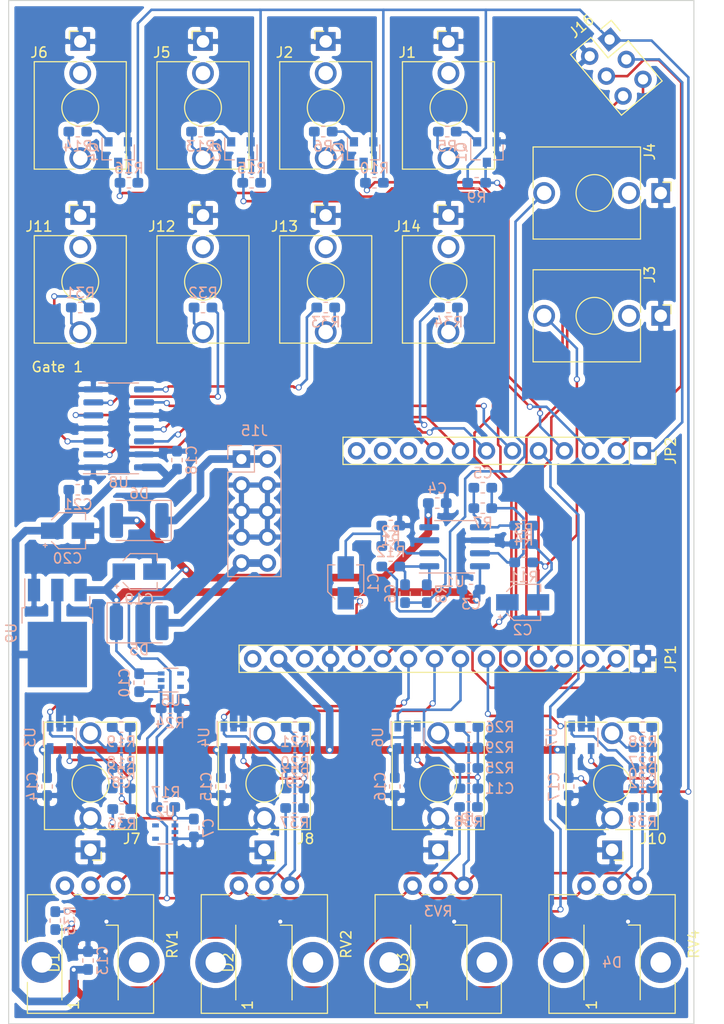
<source format=kicad_pcb>
(kicad_pcb (version 20171130) (host pcbnew 5.1.6)
  (title_block (date "sam. 04 avril 2015"))
  (layers (0 F.Cu signal) (31 B.Cu signal) (34 B.Paste user) (35 F.Paste user) (36 B.SilkS user) (37 F.SilkS user) (38 B.Mask user) (39 F.Mask user) (44 Edge.Cuts user))
  (net 0 "")
  (net 1 GND)
  (net 2 /A5)
  (net 3 /A4)
  (net 4 /A3)
  (net 5 /A2)
  (net 6 /A1)
  (net 7 /A0)
  (net 8 /D0)
  (net 9 /D1)
  (net 10 /D13)
  (net 11 /D12)
  (net 12 /D11)
  (net 13 /D10)
  (net 14 /D9)
  (net 15 /D6)
  (net 16 /D5)
  (net 17 "Net-(C1-Pad2)")
  (net 18 "Net-(C2-Pad2)")
  (net 19 +12V)
  (net 20 -12V)
  (net 21 "Net-(C5-Pad2)")
  (net 22 "Net-(C5-Pad1)")
  (net 23 "Net-(C6-Pad2)")
  (net 24 "Net-(C6-Pad1)")
  (net 25 /-10Ref)
  (net 26 "Net-(C8-Pad2)")
  (net 27 "Net-(C9-Pad2)")
  (net 28 /10Ref)
  (net 29 "Net-(C11-Pad2)")
  (net 30 "Net-(C12-Pad2)")
  (net 31 "Net-(Q1-Pad1)")
  (net 32 "Net-(Q2-Pad1)")
  (net 33 "Net-(Q3-Pad1)")
  (net 34 "Net-(Q4-Pad1)")
  (net 35 +3V3)
  (net 36 "Net-(R31-Pad1)")
  (net 37 "Net-(R32-Pad1)")
  (net 38 "Net-(R33-Pad1)")
  (net 39 "Net-(R34-Pad1)")
  (net 40 +5V)
  (net 41 "Net-(D1-Pad2)")
  (net 42 "Net-(D1-Pad4)")
  (net 43 "Net-(D2-Pad2)")
  (net 44 "Net-(D3-Pad2)")
  (net 45 /GI1)
  (net 46 /GI2)
  (net 47 /CVO2)
  (net 48 /CVO1)
  (net 49 /GI3)
  (net 50 /GI4)
  (net 51 /CVI1)
  (net 52 /CVI2)
  (net 53 /CVI3)
  (net 54 /CVI4)
  (net 55 /GO1)
  (net 56 /GO2)
  (net 57 /GO3)
  (net 58 /GO4)
  (net 59 "Net-(D5-Pad2)")
  (net 60 "Net-(D6-Pad1)")
  (net 61 "Net-(R36-Pad1)")
  (net 62 "Net-(R37-Pad1)")
  (net 63 "Net-(R38-Pad1)")
  (net 64 "Net-(R39-Pad1)")
  (net 65 "Net-(D4-Pad2)")
  (net 66 "Net-(J1-PadTN)")
  (net 67 "Net-(J2-PadTN)")
  (net 68 "Net-(J3-PadTN)")
  (net 69 "Net-(J4-PadTN)")
  (net 70 "Net-(J5-PadTN)")
  (net 71 "Net-(J6-PadTN)")
  (net 72 "Net-(J11-PadTN)")
  (net 73 "Net-(J12-PadTN)")
  (net 74 "Net-(J13-PadTN)")
  (net 75 "Net-(J14-PadTN)")
  (net 76 /MISO)
  (net 77 /MOSI)
  (net 78 /SCL)
  (net 79 /SDA)
  (net 80 /~RESET)
  (net 81 /AREF)
  (net 82 /SCK)
  (net 83 /VBAT)
  (net 84 /EN)
  (net 85 /VUSB)
  (module Potentiometer_THT:Potentiometer_Alps_RK09L_Single_Vertical (layer F.Cu) (at 200.842641 135.988817 270)
    (fp_text reference RV3 (at 2.5 -2.5) (layer B.SilkS) (effects (justify mirror)))
    (fp_text value R_POT)
    (pad "" np_thru_hole circle (at 7.5 2.25 270) (size 4 4) (drill 2) (layers *.Cu *.Mask))
    (pad "" np_thru_hole circle (at 7.5 -7.25 270) (size 4 4) (drill 2) (layers *.Cu *.Mask))
    (pad 1 thru_hole circle (at 0 0 270) (size 1.8 1.8) (drill 1) (layers *.Cu *.Mask) (net 28 /10Ref))
    (pad 2 thru_hole circle (at 0 -2.5 270) (size 1.8 1.8) (drill 1) (layers *.Cu *.Mask) (net 63 "Net-(R38-Pad1)"))
    (pad 3 thru_hole circle (at 0 -5 270) (size 1.8 1.8) (drill 1) (layers *.Cu *.Mask) (net 25 /-10Ref))
  )
  (module Connector_PinSocket_2.54mm:PinSocket_2x03_P2.54mm_Vertical (layer F.Cu) (at 220.1 53.3 40)
    (fp_text reference J16 (at -1.27 -2.77 40) (layer F.SilkS))
    (fp_text value Conn_02x03_Odd_Even)
    (pad 6 thru_hole oval (at -2.54 5.08 40) (size 1.7 1.7) (drill 1) (layers *.Cu *.Mask) (net 76 /MISO))
    (pad 5 thru_hole oval (at 0 5.08 40) (size 1.7 1.7) (drill 1) (layers *.Cu *.Mask) (net 77 /MOSI))
    (pad 4 thru_hole oval (at -2.54 2.54 40) (size 1.7 1.7) (drill 1) (layers *.Cu *.Mask) (net 78 /SCL))
    (pad 3 thru_hole oval (at 0 2.54 40) (size 1.7 1.7) (drill 1) (layers *.Cu *.Mask) (net 79 /SDA))
    (pad 2 thru_hole oval (at -2.54 0 40) (size 1.7 1.7) (drill 1) (layers *.Cu *.Mask) (net 1 GND))
    (pad 1 thru_hole rect (at 0 0 40) (size 1.7 1.7) (drill 1) (layers *.Cu *.Mask) (net 35 +3V3))
  )
  (module Connector_Audio:Jack_3.5mm_QingPu_WQP-PJ398SM_Vertical_CircularHoles (layer F.Cu) (at 203.342641 132.488817 180)
    (fp_text reference J9 (at -3 3 180) (layer B.SilkS) (effects (justify mirror)))
    (fp_text value Thonkiconn)
    (pad T thru_hole circle (at 0 11.4) (size 2.13 2.13) (drill 1.43) (layers *.Cu *.Mask) (net 53 /CVI3))
    (pad S thru_hole rect (at 0 0) (size 1.93 1.83) (drill 1.22) (layers *.Cu *.Mask) (net 1 GND))
    (pad TN thru_hole circle (at 0 3.1) (size 2.13 2.13) (drill 1.42) (layers *.Cu *.Mask) (net 1 GND))
  )
  (module Resistor_SMD:R_0603_1608Metric_Pad1.05x0.95mm_HandSolder (layer B.Cu) (at 223.3 128.3)
    (fp_text reference R39 (at 0 1.43) (layer B.SilkS) (effects (justify mirror)))
    (fp_text value 510k)
    (pad 2 smd roundrect (at 0.875 0) (size 1.05 0.95) (layers B.Cu B.Paste B.Mask) (net 30 "Net-(C12-Pad2)"))
    (pad 1 smd roundrect (at -0.875 0) (size 1.05 0.95) (layers B.Cu B.Paste B.Mask) (net 64 "Net-(R39-Pad1)"))
  )
  (module Resistor_SMD:R_0603_1608Metric_Pad1.05x0.95mm_HandSolder (layer B.Cu) (at 206.3 128.3)
    (fp_text reference R38 (at 0 1.43) (layer B.SilkS) (effects (justify mirror)))
    (fp_text value 510k)
    (pad 2 smd roundrect (at 0.875 0) (size 1.05 0.95) (layers B.Cu B.Paste B.Mask) (net 29 "Net-(C11-Pad2)"))
    (pad 1 smd roundrect (at -0.875 0) (size 1.05 0.95) (layers B.Cu B.Paste B.Mask) (net 63 "Net-(R38-Pad1)"))
  )
  (module Resistor_SMD:R_0603_1608Metric_Pad1.05x0.95mm_HandSolder (layer B.Cu) (at 189.3 128.4)
    (fp_text reference R37 (at 0 1.43) (layer B.SilkS) (effects (justify mirror)))
    (fp_text value 510k)
    (pad 2 smd roundrect (at 0.875 0) (size 1.05 0.95) (layers B.Cu B.Paste B.Mask) (net 27 "Net-(C9-Pad2)"))
    (pad 1 smd roundrect (at -0.875 0) (size 1.05 0.95) (layers B.Cu B.Paste B.Mask) (net 62 "Net-(R37-Pad1)"))
  )
  (module Resistor_SMD:R_0603_1608Metric_Pad1.05x0.95mm_HandSolder (layer B.Cu) (at 172.4 128.5)
    (fp_text reference R36 (at 0 1.43) (layer B.SilkS) (effects (justify mirror)))
    (fp_text value 510k)
    (pad 2 smd roundrect (at 0.875 0) (size 1.05 0.95) (layers B.Cu B.Paste B.Mask) (net 26 "Net-(C8-Pad2)"))
    (pad 1 smd roundrect (at -0.875 0) (size 1.05 0.95) (layers B.Cu B.Paste B.Mask) (net 61 "Net-(R36-Pad1)"))
  )
  (module Package_TO_SOT_SMD:TO-252-3_TabPin2 (layer B.Cu) (at 166.1 111.3 270)
    (fp_text reference U9 (at 0 4.5 90) (layer B.SilkS) (effects (justify mirror)))
    (fp_text value IFX27001TFV50)
    (pad 2 smd rect (at 2.1 0 270) (size 6.4 5.8) (layers B.Cu B.Mask) (net 40 +5V))
    (pad 3 smd rect (at -4.2 -2.28 270) (size 2.2 1.2) (layers B.Cu B.Paste B.Mask) (net 19 +12V))
    (pad 2 smd rect (at -4.2 0 270) (size 2.2 1.2) (layers B.Cu B.Paste B.Mask) (net 40 +5V))
    (pad 1 smd rect (at -4.2 2.28 270) (size 2.2 1.2) (layers B.Cu B.Paste B.Mask) (net 1 GND))
  )
  (module Connector_PinSocket_2.54mm:PinSocket_2x05_P2.54mm_Vertical (layer B.Cu) (at 184.1 94.3 180)
    (fp_text reference J15 (at -1.27 2.77) (layer B.SilkS) (effects (justify mirror)))
    (fp_text value Conn_02x05_Odd_Even)
    (pad 10 thru_hole oval (at -2.54 -10.16 180) (size 1.7 1.7) (drill 1) (layers *.Cu *.Mask) (net 59 "Net-(D5-Pad2)"))
    (pad 9 thru_hole oval (at 0 -10.16 180) (size 1.7 1.7) (drill 1) (layers *.Cu *.Mask) (net 59 "Net-(D5-Pad2)"))
    (pad 8 thru_hole oval (at -2.54 -7.62 180) (size 1.7 1.7) (drill 1) (layers *.Cu *.Mask) (net 1 GND))
    (pad 7 thru_hole oval (at 0 -7.62 180) (size 1.7 1.7) (drill 1) (layers *.Cu *.Mask) (net 1 GND))
    (pad 6 thru_hole oval (at -2.54 -5.08 180) (size 1.7 1.7) (drill 1) (layers *.Cu *.Mask) (net 1 GND))
    (pad 5 thru_hole oval (at 0 -5.08 180) (size 1.7 1.7) (drill 1) (layers *.Cu *.Mask) (net 1 GND))
    (pad 4 thru_hole oval (at -2.54 -2.54 180) (size 1.7 1.7) (drill 1) (layers *.Cu *.Mask) (net 1 GND))
    (pad 3 thru_hole oval (at 0 -2.54 180) (size 1.7 1.7) (drill 1) (layers *.Cu *.Mask) (net 1 GND))
    (pad 2 thru_hole oval (at -2.54 0 180) (size 1.7 1.7) (drill 1) (layers *.Cu *.Mask) (net 60 "Net-(D6-Pad1)"))
    (pad 1 thru_hole rect (at 0 0 180) (size 1.7 1.7) (drill 1) (layers *.Cu *.Mask) (net 60 "Net-(D6-Pad1)"))
  )
  (module Diode_SMD:D_1812_4532Metric_Pad1.30x3.40mm_HandSolder (layer B.Cu) (at 174.1 100.300001 180)
    (fp_text reference D6 (at 0 2.65) (layer B.SilkS) (effects (justify mirror)))
    (fp_text value D)
    (pad 2 smd roundrect (at 2.225 0 180) (size 1.3 3.4) (layers B.Cu B.Paste B.Mask) (roundrect_rratio 0.192308) (net 20 -12V))
    (pad 1 smd roundrect (at -2.225 0 180) (size 1.3 3.4) (layers B.Cu B.Paste B.Mask) (roundrect_rratio 0.192308) (net 60 "Net-(D6-Pad1)"))
  )
  (module Diode_SMD:D_1812_4532Metric_Pad1.30x3.40mm_HandSolder (layer B.Cu) (at 174.1 110.299999)
    (fp_text reference D5 (at 0 2.65) (layer B.SilkS) (effects (justify mirror)))
    (fp_text value D)
    (pad 2 smd roundrect (at 2.225 0) (size 1.3 3.4) (layers B.Cu B.Paste B.Mask) (roundrect_rratio 0.192308) (net 59 "Net-(D5-Pad2)"))
    (pad 1 smd roundrect (at -2.225 0) (size 1.3 3.4) (layers B.Cu B.Paste B.Mask) (roundrect_rratio 0.192308) (net 19 +12V))
  )
  (module Capacitor_SMD:C_0603_1608Metric_Pad1.05x0.95mm_HandSolder (layer B.Cu) (at 168.1 97.3)
    (fp_text reference C21 (at 0 1.43) (layer B.SilkS) (effects (justify mirror)))
    (fp_text value 100n)
    (pad 2 smd roundrect (at 0.875 0) (size 1.05 0.95) (layers B.Cu B.Paste B.Mask) (net 1 GND))
    (pad 1 smd roundrect (at -0.875 0) (size 1.05 0.95) (layers B.Cu B.Paste B.Mask) (net 40 +5V))
  )
  (module Capacitor_SMD:CP_Elec_3x5.3 (layer B.Cu) (at 167.1 101.3)
    (fp_text reference C20 (at 0 2.7) (layer B.SilkS) (effects (justify mirror)))
    (fp_text value 10u)
    (pad 2 smd rect (at 1.5 0) (size 2.2 1.6) (layers B.Cu B.Paste B.Mask) (net 1 GND))
    (pad 1 smd rect (at -1.5 0) (size 2.2 1.6) (layers B.Cu B.Paste B.Mask) (net 40 +5V))
  )
  (module Capacitor_SMD:CP_Elec_3x5.3 (layer B.Cu) (at 174.100001 105.3)
    (fp_text reference C19 (at 0 2.7) (layer B.SilkS) (effects (justify mirror)))
    (fp_text value 10u)
    (pad 2 smd rect (at 1.5 0) (size 2.2 1.6) (layers B.Cu B.Paste B.Mask) (net 1 GND))
    (pad 1 smd rect (at -1.5 0) (size 2.2 1.6) (layers B.Cu B.Paste B.Mask) (net 19 +12V))
  )
  (module Resistor_SMD:R_0603_1608Metric_Pad1.05x0.95mm_HandSolder (layer B.Cu) (at 165.9 139.4 90)
    (fp_text reference R35 (at 0 1.43 90) (layer B.SilkS) (effects (justify mirror)))
    (fp_text value 100R)
    (pad 2 smd roundrect (at 0.875 0 90) (size 1.05 0.95) (layers B.Cu B.Paste B.Mask) (net 14 /D9))
    (pad 1 smd roundrect (at -0.875 0 90) (size 1.05 0.95) (layers B.Cu B.Paste B.Mask) (net 42 "Net-(D1-Pad4)"))
  )
  (module LED_SMD:LED_WS2812B_PLCC4_5.0x5.0mm_P3.2mm (layer F.Cu) (at 220.342641 143.488817 90)
    (fp_text reference D4 (at 0 -0.000001) (layer B.SilkS) (effects (justify mirror)))
    (fp_text value WS2812B)
    (fp_text user 1 (at -4.15 -2.000001 90) (layer F.SilkS))
    (pad 1 smd rect (at -2.45 -1.6 90) (size 1.5 1) (layers F.Cu F.Paste F.Mask) (net 40 +5V))
    (pad 2 smd rect (at -2.45 1.6 90) (size 1.5 1) (layers F.Cu F.Paste F.Mask) (net 65 "Net-(D4-Pad2)"))
    (pad 4 smd rect (at 2.45 -1.6 90) (size 1.5 1) (layers F.Cu F.Paste F.Mask) (net 44 "Net-(D3-Pad2)"))
    (pad 3 smd rect (at 2.45 1.6 90) (size 1.5 1) (layers F.Cu F.Paste F.Mask) (net 1 GND))
  )
  (module LED_SMD:LED_WS2812B_PLCC4_5.0x5.0mm_P3.2mm (layer F.Cu) (at 203.4 143.488817 90)
    (fp_text reference D3 (at 0 -3.5 90) (layer F.SilkS))
    (fp_text value WS2812B)
    (fp_text user 1 (at -4.15 -1.6 90) (layer F.SilkS))
    (pad 1 smd rect (at -2.45 -1.6 90) (size 1.5 1) (layers F.Cu F.Paste F.Mask) (net 40 +5V))
    (pad 2 smd rect (at -2.45 1.6 90) (size 1.5 1) (layers F.Cu F.Paste F.Mask) (net 44 "Net-(D3-Pad2)"))
    (pad 4 smd rect (at 2.45 -1.6 90) (size 1.5 1) (layers F.Cu F.Paste F.Mask) (net 43 "Net-(D2-Pad2)"))
    (pad 3 smd rect (at 2.45 1.6 90) (size 1.5 1) (layers F.Cu F.Paste F.Mask) (net 1 GND))
  )
  (module LED_SMD:LED_WS2812B_PLCC4_5.0x5.0mm_P3.2mm (layer F.Cu) (at 186.3 143.5 90)
    (fp_text reference D2 (at 0 -3.5 90) (layer F.SilkS))
    (fp_text value WS2812B)
    (fp_text user 1 (at -4.15 -1.6 90) (layer F.SilkS))
    (pad 1 smd rect (at -2.45 -1.6 90) (size 1.5 1) (layers F.Cu F.Paste F.Mask) (net 40 +5V))
    (pad 2 smd rect (at -2.45 1.6 90) (size 1.5 1) (layers F.Cu F.Paste F.Mask) (net 43 "Net-(D2-Pad2)"))
    (pad 4 smd rect (at 2.45 -1.6 90) (size 1.5 1) (layers F.Cu F.Paste F.Mask) (net 41 "Net-(D1-Pad2)"))
    (pad 3 smd rect (at 2.45 1.6 90) (size 1.5 1) (layers F.Cu F.Paste F.Mask) (net 1 GND))
  )
  (module LED_SMD:LED_WS2812B_PLCC4_5.0x5.0mm_P3.2mm (layer F.Cu) (at 169.3 143.5 90)
    (fp_text reference D1 (at 0 -3.5 90) (layer F.SilkS))
    (fp_text value WS2812B)
    (fp_text user 1 (at -4.15 -1.6 90) (layer F.SilkS))
    (pad 1 smd rect (at -2.45 -1.6 90) (size 1.5 1) (layers F.Cu F.Paste F.Mask) (net 40 +5V))
    (pad 2 smd rect (at -2.45 1.6 90) (size 1.5 1) (layers F.Cu F.Paste F.Mask) (net 41 "Net-(D1-Pad2)"))
    (pad 4 smd rect (at 2.45 -1.6 90) (size 1.5 1) (layers F.Cu F.Paste F.Mask) (net 42 "Net-(D1-Pad4)"))
    (pad 3 smd rect (at 2.45 1.6 90) (size 1.5 1) (layers F.Cu F.Paste F.Mask) (net 1 GND))
  )
  (module Capacitor_SMD:C_0603_1608Metric_Pad1.05x0.95mm_HandSolder (layer B.Cu) (at 177.8 94.4 90)
    (fp_text reference C18 (at 0 1.43 90) (layer B.SilkS) (effects (justify mirror)))
    (fp_text value 100n)
    (pad 2 smd roundrect (at 0.875 0 90) (size 1.05 0.95) (layers B.Cu B.Paste B.Mask) (net 1 GND))
    (pad 1 smd roundrect (at -0.875 0 90) (size 1.05 0.95) (layers B.Cu B.Paste B.Mask) (net 40 +5V))
  )
  (module Capacitor_SMD:C_0603_1608Metric_Pad1.05x0.95mm_HandSolder (layer B.Cu) (at 216.1 126.3 270)
    (fp_text reference C17 (at 0 1.43 90) (layer B.SilkS) (effects (justify mirror)))
    (fp_text value 100n)
    (pad 2 smd roundrect (at 0.875 0 270) (size 1.05 0.95) (layers B.Cu B.Paste B.Mask) (net 1 GND))
    (pad 1 smd roundrect (at -0.875 0 270) (size 1.05 0.95) (layers B.Cu B.Paste B.Mask) (net 35 +3V3))
  )
  (module Capacitor_SMD:C_0603_1608Metric_Pad1.05x0.95mm_HandSolder (layer B.Cu) (at 199.1 126.3 270)
    (fp_text reference C16 (at 0 1.43 90) (layer B.SilkS) (effects (justify mirror)))
    (fp_text value 100n)
    (pad 2 smd roundrect (at 0.875 0 270) (size 1.05 0.95) (layers B.Cu B.Paste B.Mask) (net 1 GND))
    (pad 1 smd roundrect (at -0.875 0 270) (size 1.05 0.95) (layers B.Cu B.Paste B.Mask) (net 35 +3V3))
  )
  (module Capacitor_SMD:C_0603_1608Metric_Pad1.05x0.95mm_HandSolder (layer B.Cu) (at 182.1 126.3 270)
    (fp_text reference C15 (at 0 1.43 90) (layer B.SilkS) (effects (justify mirror)))
    (fp_text value 100n)
    (pad 2 smd roundrect (at 0.875 0 270) (size 1.05 0.95) (layers B.Cu B.Paste B.Mask) (net 1 GND))
    (pad 1 smd roundrect (at -0.875 0 270) (size 1.05 0.95) (layers B.Cu B.Paste B.Mask) (net 35 +3V3))
  )
  (module Capacitor_SMD:C_0603_1608Metric_Pad1.05x0.95mm_HandSolder (layer B.Cu) (at 165.1 126.3 270)
    (fp_text reference C14 (at 0 1.43 90) (layer B.SilkS) (effects (justify mirror)))
    (fp_text value 100n)
    (pad 2 smd roundrect (at 0.875 0 270) (size 1.05 0.95) (layers B.Cu B.Paste B.Mask) (net 1 GND))
    (pad 1 smd roundrect (at -0.875 0 270) (size 1.05 0.95) (layers B.Cu B.Paste B.Mask) (net 35 +3V3))
  )
  (module Capacitor_SMD:C_0603_1608Metric_Pad1.05x0.95mm_HandSolder (layer B.Cu) (at 169.1 143.3 90)
    (fp_text reference C13 (at 0 1.43 90) (layer B.SilkS) (effects (justify mirror)))
    (fp_text value 100n)
    (pad 2 smd roundrect (at 0.875 0 90) (size 1.05 0.95) (layers B.Cu B.Paste B.Mask) (net 1 GND))
    (pad 1 smd roundrect (at -0.875 0 90) (size 1.05 0.95) (layers B.Cu B.Paste B.Mask) (net 40 +5V))
  )
  (module Package_SO:SOIC-14_3.9x8.7mm_P1.27mm (layer B.Cu) (at 172.1 91.3)
    (fp_text reference U8 (at 0 5.28) (layer B.SilkS) (effects (justify mirror)))
    (fp_text value 74LS125)
    (pad 14 smd roundrect (at 2.475 3.81) (size 1.95 0.6) (layers B.Cu B.Paste B.Mask) (net 40 +5V))
    (pad 13 smd roundrect (at 2.475 2.54) (size 1.95 0.6) (layers B.Cu B.Paste B.Mask) (net 1 GND))
    (pad 12 smd roundrect (at 2.475 1.27) (size 1.95 0.6) (layers B.Cu B.Paste B.Mask) (net 12 /D11))
    (pad 11 smd roundrect (at 2.475 0) (size 1.95 0.6) (layers B.Cu B.Paste B.Mask) (net 39 "Net-(R34-Pad1)"))
    (pad 10 smd roundrect (at 2.475 -1.27) (size 1.95 0.6) (layers B.Cu B.Paste B.Mask) (net 1 GND))
    (pad 9 smd roundrect (at 2.475 -2.54) (size 1.95 0.6) (layers B.Cu B.Paste B.Mask) (net 13 /D10))
    (pad 8 smd roundrect (at 2.475 -3.81) (size 1.95 0.6) (layers B.Cu B.Paste B.Mask) (net 38 "Net-(R33-Pad1)"))
    (pad 7 smd roundrect (at -2.475 -3.81) (size 1.95 0.6) (layers B.Cu B.Paste B.Mask) (net 1 GND))
    (pad 6 smd roundrect (at -2.475 -2.54) (size 1.95 0.6) (layers B.Cu B.Paste B.Mask) (net 37 "Net-(R32-Pad1)"))
    (pad 5 smd roundrect (at -2.475 -1.27) (size 1.95 0.6) (layers B.Cu B.Paste B.Mask) (net 11 /D12))
    (pad 4 smd roundrect (at -2.475 0) (size 1.95 0.6) (layers B.Cu B.Paste B.Mask) (net 1 GND))
    (pad 3 smd roundrect (at -2.475 1.27) (size 1.95 0.6) (layers B.Cu B.Paste B.Mask) (net 36 "Net-(R31-Pad1)"))
    (pad 2 smd roundrect (at -2.475 2.54) (size 1.95 0.6) (layers B.Cu B.Paste B.Mask) (net 10 /D13))
    (pad 1 smd roundrect (at -2.475 3.81) (size 1.95 0.6) (layers B.Cu B.Paste B.Mask) (net 1 GND))
  )
  (module Package_TO_SOT_SMD:SOT-23-5 (layer B.Cu) (at 217.342641 121.488816 270)
    (fp_text reference U7 (at 0 2.9 270) (layer B.SilkS) (effects (justify mirror)))
    (fp_text value MCP6001-OT)
    (pad 5 smd rect (at 1.1 0.95 270) (size 1.06 0.65) (layers B.Cu B.Paste B.Mask) (net 35 +3V3))
    (pad 4 smd rect (at 1.1 -0.95 270) (size 1.06 0.65) (layers B.Cu B.Paste B.Mask) (net 30 "Net-(C12-Pad2)"))
    (pad 3 smd rect (at -1.1 -0.95 270) (size 1.06 0.65) (layers B.Cu B.Paste B.Mask) (net 1 GND))
    (pad 2 smd rect (at -1.1 0 270) (size 1.06 0.65) (layers B.Cu B.Paste B.Mask) (net 1 GND))
    (pad 1 smd rect (at -1.1 0.95 270) (size 1.06 0.65) (layers B.Cu B.Paste B.Mask) (net 2 /A5))
  )
  (module Package_TO_SOT_SMD:SOT-23-5 (layer B.Cu) (at 200.34264 121.488817 270)
    (fp_text reference U6 (at 0 2.9 270) (layer B.SilkS) (effects (justify mirror)))
    (fp_text value MCP6001-OT)
    (pad 5 smd rect (at 1.1 0.95 270) (size 1.06 0.65) (layers B.Cu B.Paste B.Mask) (net 35 +3V3))
    (pad 4 smd rect (at 1.1 -0.95 270) (size 1.06 0.65) (layers B.Cu B.Paste B.Mask) (net 29 "Net-(C11-Pad2)"))
    (pad 3 smd rect (at -1.1 -0.95 270) (size 1.06 0.65) (layers B.Cu B.Paste B.Mask) (net 1 GND))
    (pad 2 smd rect (at -1.1 0 270) (size 1.06 0.65) (layers B.Cu B.Paste B.Mask) (net 1 GND))
    (pad 1 smd rect (at -1.1 0.95 270) (size 1.06 0.65) (layers B.Cu B.Paste B.Mask) (net 3 /A4))
  )
  (module Package_TO_SOT_SMD:SOT-353_SC-70-5 (layer B.Cu) (at 177.200001 115.9)
    (fp_text reference U5 (at 0 2) (layer B.SilkS) (effects (justify mirror)))
    (fp_text value LM4040DCK-10)
    (pad 5 smd rect (at 0.95 0.65) (size 0.65 0.4) (layers B.Cu B.Paste B.Mask))
    (pad 4 smd rect (at 0.95 -0.65) (size 0.65 0.4) (layers B.Cu B.Paste B.Mask))
    (pad 2 smd rect (at -0.95 0) (size 0.65 0.4) (layers B.Cu B.Paste B.Mask))
    (pad 3 smd rect (at -0.95 -0.65) (size 0.65 0.4) (layers B.Cu B.Paste B.Mask) (net 19 +12V))
    (pad 1 smd rect (at -0.95 0.65) (size 0.65 0.4) (layers B.Cu B.Paste B.Mask) (net 28 /10Ref))
  )
  (module Package_TO_SOT_SMD:SOT-23-5 (layer B.Cu) (at 183.342641 121.488817 270)
    (fp_text reference U4 (at 0 2.9 270) (layer B.SilkS) (effects (justify mirror)))
    (fp_text value MCP6001-OT)
    (pad 5 smd rect (at 1.1 0.95 270) (size 1.06 0.65) (layers B.Cu B.Paste B.Mask) (net 35 +3V3))
    (pad 4 smd rect (at 1.1 -0.95 270) (size 1.06 0.65) (layers B.Cu B.Paste B.Mask) (net 27 "Net-(C9-Pad2)"))
    (pad 3 smd rect (at -1.1 -0.95 270) (size 1.06 0.65) (layers B.Cu B.Paste B.Mask) (net 1 GND))
    (pad 2 smd rect (at -1.1 0 270) (size 1.06 0.65) (layers B.Cu B.Paste B.Mask) (net 1 GND))
    (pad 1 smd rect (at -1.1 0.95 270) (size 1.06 0.65) (layers B.Cu B.Paste B.Mask) (net 4 /A3))
  )
  (module Package_TO_SOT_SMD:SOT-23-5 (layer B.Cu) (at 166.342641 121.488816 270)
    (fp_text reference U3 (at 0 2.9 270) (layer B.SilkS) (effects (justify mirror)))
    (fp_text value MCP6001-OT)
    (pad 5 smd rect (at 1.1 0.95 270) (size 1.06 0.65) (layers B.Cu B.Paste B.Mask) (net 35 +3V3))
    (pad 4 smd rect (at 1.1 -0.95 270) (size 1.06 0.65) (layers B.Cu B.Paste B.Mask) (net 26 "Net-(C8-Pad2)"))
    (pad 3 smd rect (at -1.1 -0.95 270) (size 1.06 0.65) (layers B.Cu B.Paste B.Mask) (net 1 GND))
    (pad 2 smd rect (at -1.1 0 270) (size 1.06 0.65) (layers B.Cu B.Paste B.Mask) (net 1 GND))
    (pad 1 smd rect (at -1.1 0.95 270) (size 1.06 0.65) (layers B.Cu B.Paste B.Mask) (net 5 /A2))
  )
  (module Package_TO_SOT_SMD:SOT-353_SC-70-5 (layer B.Cu) (at 176.65 130.75 180)
    (fp_text reference U2 (at 0 2) (layer B.SilkS) (effects (justify mirror)))
    (fp_text value LM4040DCK-10)
    (pad 5 smd rect (at 0.95 0.65 180) (size 0.65 0.4) (layers B.Cu B.Paste B.Mask))
    (pad 4 smd rect (at 0.95 -0.65 180) (size 0.65 0.4) (layers B.Cu B.Paste B.Mask))
    (pad 2 smd rect (at -0.95 0 180) (size 0.65 0.4) (layers B.Cu B.Paste B.Mask))
    (pad 3 smd rect (at -0.95 -0.65 180) (size 0.65 0.4) (layers B.Cu B.Paste B.Mask) (net 1 GND))
    (pad 1 smd rect (at -0.95 0.65 180) (size 0.65 0.4) (layers B.Cu B.Paste B.Mask) (net 25 /-10Ref))
  )
  (module Potentiometer_THT:Potentiometer_Alps_RK09L_Single_Vertical (layer F.Cu) (at 217.842641 135.988816 270)
    (fp_text reference RV4 (at 5.725 -10.5 90) (layer F.SilkS))
    (fp_text value R_POT)
    (pad "" np_thru_hole circle (at 7.5 2.25 270) (size 4 4) (drill 2) (layers *.Cu *.Mask))
    (pad "" np_thru_hole circle (at 7.5 -7.25 270) (size 4 4) (drill 2) (layers *.Cu *.Mask))
    (pad 1 thru_hole circle (at 0 0 270) (size 1.8 1.8) (drill 1) (layers *.Cu *.Mask) (net 28 /10Ref))
    (pad 2 thru_hole circle (at 0 -2.5 270) (size 1.8 1.8) (drill 1) (layers *.Cu *.Mask) (net 64 "Net-(R39-Pad1)"))
    (pad 3 thru_hole circle (at 0 -5 270) (size 1.8 1.8) (drill 1) (layers *.Cu *.Mask) (net 25 /-10Ref))
  )
  (module Potentiometer_THT:Potentiometer_Alps_RK09L_Single_Vertical (layer F.Cu) (at 183.84264 135.988816 270)
    (fp_text reference RV2 (at 5.725 -10.5 90) (layer F.SilkS))
    (fp_text value R_POT)
    (pad "" np_thru_hole circle (at 7.5 2.25 270) (size 4 4) (drill 2) (layers *.Cu *.Mask))
    (pad "" np_thru_hole circle (at 7.5 -7.25 270) (size 4 4) (drill 2) (layers *.Cu *.Mask))
    (pad 1 thru_hole circle (at 0 0 270) (size 1.8 1.8) (drill 1) (layers *.Cu *.Mask) (net 28 /10Ref))
    (pad 2 thru_hole circle (at 0 -2.5 270) (size 1.8 1.8) (drill 1) (layers *.Cu *.Mask) (net 62 "Net-(R37-Pad1)"))
    (pad 3 thru_hole circle (at 0 -5 270) (size 1.8 1.8) (drill 1) (layers *.Cu *.Mask) (net 25 /-10Ref))
  )
  (module Potentiometer_THT:Potentiometer_Alps_RK09L_Single_Vertical (layer F.Cu) (at 166.842641 135.988816 270)
    (fp_text reference RV1 (at 5.725 -10.5 90) (layer F.SilkS))
    (fp_text value R_POT)
    (pad "" np_thru_hole circle (at 7.5 2.25 270) (size 4 4) (drill 2) (layers *.Cu *.Mask))
    (pad "" np_thru_hole circle (at 7.5 -7.25 270) (size 4 4) (drill 2) (layers *.Cu *.Mask))
    (pad 1 thru_hole circle (at 0 0 270) (size 1.8 1.8) (drill 1) (layers *.Cu *.Mask) (net 28 /10Ref))
    (pad 2 thru_hole circle (at 0 -2.5 270) (size 1.8 1.8) (drill 1) (layers *.Cu *.Mask) (net 61 "Net-(R36-Pad1)"))
    (pad 3 thru_hole circle (at 0 -5 270) (size 1.8 1.8) (drill 1) (layers *.Cu *.Mask) (net 25 /-10Ref))
  )
  (module Resistor_SMD:R_0603_1608Metric_Pad1.05x0.95mm_HandSolder (layer B.Cu) (at 204.342641 79.488817)
    (fp_text reference R34 (at 0 1.43) (layer B.SilkS) (effects (justify mirror)))
    (fp_text value 1k)
    (pad 2 smd roundrect (at 0.875 0) (size 1.05 0.95) (layers B.Cu B.Paste B.Mask) (net 58 /GO4))
    (pad 1 smd roundrect (at -0.875 0) (size 1.05 0.95) (layers B.Cu B.Paste B.Mask) (net 39 "Net-(R34-Pad1)"))
  )
  (module Resistor_SMD:R_0603_1608Metric_Pad1.05x0.95mm_HandSolder (layer B.Cu) (at 192.34264 79.488817)
    (fp_text reference R33 (at 0 1.43) (layer B.SilkS) (effects (justify mirror)))
    (fp_text value 1k)
    (pad 2 smd roundrect (at 0.875 0) (size 1.05 0.95) (layers B.Cu B.Paste B.Mask) (net 57 /GO3))
    (pad 1 smd roundrect (at -0.875 0) (size 1.05 0.95) (layers B.Cu B.Paste B.Mask) (net 38 "Net-(R33-Pad1)"))
  )
  (module Resistor_SMD:R_0603_1608Metric_Pad1.05x0.95mm_HandSolder (layer B.Cu) (at 180.342641 79.488817 180)
    (fp_text reference R32 (at 0 1.43) (layer B.SilkS) (effects (justify mirror)))
    (fp_text value 1k)
    (pad 1 smd roundrect (at -0.875 0 180) (size 1.05 0.95) (layers B.Cu B.Paste B.Mask) (net 37 "Net-(R32-Pad1)"))
    (pad 2 smd roundrect (at 0.875 0 180) (size 1.05 0.95) (layers B.Cu B.Paste B.Mask) (net 56 /GO2))
  )
  (module Resistor_SMD:R_0603_1608Metric_Pad1.05x0.95mm_HandSolder (layer B.Cu) (at 168.342641 79.488817 180)
    (fp_text reference R31 (at 0 1.43) (layer B.SilkS) (effects (justify mirror)))
    (fp_text value 1k)
    (pad 2 smd roundrect (at 0.875 0 180) (size 1.05 0.95) (layers B.Cu B.Paste B.Mask) (net 55 /GO1))
    (pad 1 smd roundrect (at -0.875 0 180) (size 1.05 0.95) (layers B.Cu B.Paste B.Mask) (net 36 "Net-(R31-Pad1)"))
  )
  (module Resistor_SMD:R_0603_1608Metric_Pad1.05x0.95mm_HandSolder (layer B.Cu) (at 223.342641 126.488817 180)
    (fp_text reference R30 (at 0 1.43) (layer B.SilkS) (effects (justify mirror)))
    (fp_text value 82k)
    (pad 2 smd roundrect (at 0.875 0 180) (size 1.05 0.95) (layers B.Cu B.Paste B.Mask) (net 2 /A5))
    (pad 1 smd roundrect (at -0.875 0 180) (size 1.05 0.95) (layers B.Cu B.Paste B.Mask) (net 30 "Net-(C12-Pad2)"))
  )
  (module Resistor_SMD:R_0603_1608Metric_Pad1.05x0.95mm_HandSolder (layer B.Cu) (at 206.342641 124.488816 180)
    (fp_text reference R29 (at -3 2) (layer B.SilkS) (effects (justify mirror)))
    (fp_text value 82k)
    (pad 2 smd roundrect (at 0.875 0 180) (size 1.05 0.95) (layers B.Cu B.Paste B.Mask) (net 3 /A4))
    (pad 1 smd roundrect (at -0.875 0 180) (size 1.05 0.95) (layers B.Cu B.Paste B.Mask) (net 29 "Net-(C11-Pad2)"))
  )
  (module Resistor_SMD:R_0603_1608Metric_Pad1.05x0.95mm_HandSolder (layer B.Cu) (at 223.342641 120.488817)
    (fp_text reference R28 (at 0 1.43) (layer B.SilkS) (effects (justify mirror)))
    (fp_text value 510k)
    (pad 2 smd roundrect (at 0.875 0) (size 1.05 0.95) (layers B.Cu B.Paste B.Mask) (net 30 "Net-(C12-Pad2)"))
    (pad 1 smd roundrect (at -0.875 0) (size 1.05 0.95) (layers B.Cu B.Paste B.Mask) (net 25 /-10Ref))
  )
  (module Resistor_SMD:R_0603_1608Metric_Pad1.05x0.95mm_HandSolder (layer B.Cu) (at 223.342641 122.488817)
    (fp_text reference R27 (at 0 1.43) (layer B.SilkS) (effects (justify mirror)))
    (fp_text value 100k)
    (pad 2 smd roundrect (at 0.875 0) (size 1.05 0.95) (layers B.Cu B.Paste B.Mask) (net 30 "Net-(C12-Pad2)"))
    (pad 1 smd roundrect (at -0.875 0) (size 1.05 0.95) (layers B.Cu B.Paste B.Mask) (net 54 /CVI4))
  )
  (module Resistor_SMD:R_0603_1608Metric_Pad1.05x0.95mm_HandSolder (layer B.Cu) (at 206.342641 120.488817)
    (fp_text reference R26 (at 3 0) (layer B.SilkS) (effects (justify mirror)))
    (fp_text value 510k)
    (pad 2 smd roundrect (at 0.875 0) (size 1.05 0.95) (layers B.Cu B.Paste B.Mask) (net 29 "Net-(C11-Pad2)"))
    (pad 1 smd roundrect (at -0.875 0) (size 1.05 0.95) (layers B.Cu B.Paste B.Mask) (net 25 /-10Ref))
  )
  (module Resistor_SMD:R_0603_1608Metric_Pad1.05x0.95mm_HandSolder (layer B.Cu) (at 206.342641 122.488817)
    (fp_text reference R25 (at 3 2) (layer B.SilkS) (effects (justify mirror)))
    (fp_text value 100k)
    (pad 2 smd roundrect (at 0.875 0) (size 1.05 0.95) (layers B.Cu B.Paste B.Mask) (net 29 "Net-(C11-Pad2)"))
    (pad 1 smd roundrect (at -0.875 0) (size 1.05 0.95) (layers B.Cu B.Paste B.Mask) (net 53 /CVI3))
  )
  (module Resistor_SMD:R_0603_1608Metric_Pad1.05x0.95mm_HandSolder (layer B.Cu) (at 177.125 118.65)
    (fp_text reference R24 (at 0 1.43) (layer B.SilkS) (effects (justify mirror)))
    (fp_text value 2.2k)
    (pad 2 smd roundrect (at 0.875 0) (size 1.05 0.95) (layers B.Cu B.Paste B.Mask) (net 1 GND))
    (pad 1 smd roundrect (at -0.875 0) (size 1.05 0.95) (layers B.Cu B.Paste B.Mask) (net 28 /10Ref))
  )
  (module Resistor_SMD:R_0603_1608Metric_Pad1.05x0.95mm_HandSolder (layer B.Cu) (at 189.342641 126.488816 180)
    (fp_text reference R23 (at 0 1.43) (layer B.SilkS) (effects (justify mirror)))
    (fp_text value 82k)
    (pad 2 smd roundrect (at 0.875 0 180) (size 1.05 0.95) (layers B.Cu B.Paste B.Mask) (net 4 /A3))
    (pad 1 smd roundrect (at -0.875 0 180) (size 1.05 0.95) (layers B.Cu B.Paste B.Mask) (net 27 "Net-(C9-Pad2)"))
  )
  (module Resistor_SMD:R_0603_1608Metric_Pad1.05x0.95mm_HandSolder (layer B.Cu) (at 172.34264 126.488817 180)
    (fp_text reference R22 (at 0 1.43) (layer B.SilkS) (effects (justify mirror)))
    (fp_text value 82k)
    (pad 2 smd roundrect (at 0.875 0 180) (size 1.05 0.95) (layers B.Cu B.Paste B.Mask) (net 5 /A2))
    (pad 1 smd roundrect (at -0.875 0 180) (size 1.05 0.95) (layers B.Cu B.Paste B.Mask) (net 26 "Net-(C8-Pad2)"))
  )
  (module Resistor_SMD:R_0603_1608Metric_Pad1.05x0.95mm_HandSolder (layer B.Cu) (at 189.342641 120.488817)
    (fp_text reference R21 (at 0 1.43) (layer B.SilkS) (effects (justify mirror)))
    (fp_text value 510k)
    (pad 2 smd roundrect (at 0.875 0) (size 1.05 0.95) (layers B.Cu B.Paste B.Mask) (net 27 "Net-(C9-Pad2)"))
    (pad 1 smd roundrect (at -0.875 0) (size 1.05 0.95) (layers B.Cu B.Paste B.Mask) (net 25 /-10Ref))
  )
  (module Resistor_SMD:R_0603_1608Metric_Pad1.05x0.95mm_HandSolder (layer B.Cu) (at 189.342641 122.488818)
    (fp_text reference R20 (at 0 1.43) (layer B.SilkS) (effects (justify mirror)))
    (fp_text value 100k)
    (pad 2 smd roundrect (at 0.875 0) (size 1.05 0.95) (layers B.Cu B.Paste B.Mask) (net 27 "Net-(C9-Pad2)"))
    (pad 1 smd roundrect (at -0.875 0) (size 1.05 0.95) (layers B.Cu B.Paste B.Mask) (net 52 /CVI2))
  )
  (module Resistor_SMD:R_0603_1608Metric_Pad1.05x0.95mm_HandSolder (layer B.Cu) (at 172.342641 120.488816)
    (fp_text reference R19 (at 0 1.43) (layer B.SilkS) (effects (justify mirror)))
    (fp_text value 510k)
    (pad 2 smd roundrect (at 0.875 0) (size 1.05 0.95) (layers B.Cu B.Paste B.Mask) (net 26 "Net-(C8-Pad2)"))
    (pad 1 smd roundrect (at -0.875 0) (size 1.05 0.95) (layers B.Cu B.Paste B.Mask) (net 25 /-10Ref))
  )
  (module Resistor_SMD:R_0603_1608Metric_Pad1.05x0.95mm_HandSolder (layer B.Cu) (at 172.342641 122.488817)
    (fp_text reference R18 (at 0 1.43) (layer B.SilkS) (effects (justify mirror)))
    (fp_text value 100k)
    (pad 2 smd roundrect (at 0.875 0) (size 1.05 0.95) (layers B.Cu B.Paste B.Mask) (net 26 "Net-(C8-Pad2)"))
    (pad 1 smd roundrect (at -0.875 0) (size 1.05 0.95) (layers B.Cu B.Paste B.Mask) (net 51 /CVI1))
  )
  (module Resistor_SMD:R_0603_1608Metric_Pad1.05x0.95mm_HandSolder (layer B.Cu) (at 176.700001 128.3 180)
    (fp_text reference R17 (at 0 1.43) (layer B.SilkS) (effects (justify mirror)))
    (fp_text value 2.2k)
    (pad 2 smd roundrect (at 0.875 0 180) (size 1.05 0.95) (layers B.Cu B.Paste B.Mask) (net 20 -12V))
    (pad 1 smd roundrect (at -0.875 0 180) (size 1.05 0.95) (layers B.Cu B.Paste B.Mask) (net 25 /-10Ref))
  )
  (module Resistor_SMD:R_0603_1608Metric_Pad1.05x0.95mm_HandSolder (layer B.Cu) (at 173.1 67.3 180)
    (fp_text reference R16 (at 0 1.43) (layer B.SilkS) (effects (justify mirror)))
    (fp_text value 10k)
    (pad 2 smd roundrect (at 0.875 0 180) (size 1.05 0.95) (layers B.Cu B.Paste B.Mask) (net 8 /D0))
    (pad 1 smd roundrect (at -0.875 0 180) (size 1.05 0.95) (layers B.Cu B.Paste B.Mask) (net 35 +3V3))
  )
  (module Resistor_SMD:R_0603_1608Metric_Pad1.05x0.95mm_HandSolder (layer B.Cu) (at 185.1 67.3 180)
    (fp_text reference R15 (at 0 1.43) (layer B.SilkS) (effects (justify mirror)))
    (fp_text value 10k)
    (pad 2 smd roundrect (at 0.875 0 180) (size 1.05 0.95) (layers B.Cu B.Paste B.Mask) (net 9 /D1))
    (pad 1 smd roundrect (at -0.875 0 180) (size 1.05 0.95) (layers B.Cu B.Paste B.Mask) (net 35 +3V3))
  )
  (module Resistor_SMD:R_0603_1608Metric_Pad1.05x0.95mm_HandSolder (layer B.Cu) (at 168.1 62.3)
    (fp_text reference R14 (at 0 1.43) (layer B.SilkS) (effects (justify mirror)))
    (fp_text value 100k)
    (pad 2 smd roundrect (at 0.875 0) (size 1.05 0.95) (layers B.Cu B.Paste B.Mask) (net 34 "Net-(Q4-Pad1)"))
    (pad 1 smd roundrect (at -0.875 0) (size 1.05 0.95) (layers B.Cu B.Paste B.Mask) (net 50 /GI4))
  )
  (module Resistor_SMD:R_0603_1608Metric_Pad1.05x0.95mm_HandSolder (layer B.Cu) (at 180.1 62.3)
    (fp_text reference R13 (at 0 1.43) (layer B.SilkS) (effects (justify mirror)))
    (fp_text value 100k)
    (pad 2 smd roundrect (at 0.875 0) (size 1.05 0.95) (layers B.Cu B.Paste B.Mask) (net 33 "Net-(Q3-Pad1)"))
    (pad 1 smd roundrect (at -0.875 0) (size 1.05 0.95) (layers B.Cu B.Paste B.Mask) (net 49 /GI3))
  )
  (module Resistor_SMD:R_0603_1608Metric_Pad1.05x0.95mm_HandSolder (layer B.Cu) (at 198.7 104.8 180)
    (fp_text reference R12 (at 0 1.43) (layer B.SilkS) (effects (justify mirror)))
    (fp_text value 1k)
    (pad 2 smd roundrect (at 0.875 0 180) (size 1.05 0.95) (layers B.Cu B.Paste B.Mask) (net 48 /CVO1))
    (pad 1 smd roundrect (at -0.875 0 180) (size 1.05 0.95) (layers B.Cu B.Paste B.Mask) (net 24 "Net-(C6-Pad1)"))
  )
  (module Resistor_SMD:R_0603_1608Metric_Pad1.05x0.95mm_HandSolder (layer B.Cu) (at 211.7 104.4)
    (fp_text reference R11 (at 0 1.43) (layer B.SilkS) (effects (justify mirror)))
    (fp_text value 1k)
    (pad 2 smd roundrect (at 0.875 0) (size 1.05 0.95) (layers B.Cu B.Paste B.Mask) (net 47 /CVO2))
    (pad 1 smd roundrect (at -0.875 0) (size 1.05 0.95) (layers B.Cu B.Paste B.Mask) (net 22 "Net-(C5-Pad1)"))
  )
  (module Resistor_SMD:R_0603_1608Metric_Pad1.05x0.95mm_HandSolder (layer B.Cu) (at 197.1 67.3 180)
    (fp_text reference R10 (at 0 1.43) (layer B.SilkS) (effects (justify mirror)))
    (fp_text value 10k)
    (pad 2 smd roundrect (at 0.875 0 180) (size 1.05 0.95) (layers B.Cu B.Paste B.Mask) (net 16 /D5))
    (pad 1 smd roundrect (at -0.875 0 180) (size 1.05 0.95) (layers B.Cu B.Paste B.Mask) (net 35 +3V3))
  )
  (module Resistor_SMD:R_0603_1608Metric_Pad1.05x0.95mm_HandSolder (layer B.Cu) (at 207.1 67.3)
    (fp_text reference R9 (at 0 1.43) (layer B.SilkS) (effects (justify mirror)))
    (fp_text value 10k)
    (pad 2 smd roundrect (at 0.875 0) (size 1.05 0.95) (layers B.Cu B.Paste B.Mask) (net 15 /D6))
    (pad 1 smd roundrect (at -0.875 0) (size 1.05 0.95) (layers B.Cu B.Paste B.Mask) (net 35 +3V3))
  )
  (module Resistor_SMD:R_0603_1608Metric_Pad1.05x0.95mm_HandSolder (layer B.Cu) (at 202.221183 107.452641 90)
    (fp_text reference R8 (at 0 1.43 90) (layer B.SilkS) (effects (justify mirror)))
    (fp_text value 47k)
    (pad 2 smd roundrect (at 0.875 0 90) (size 1.05 0.95) (layers B.Cu B.Paste B.Mask) (net 24 "Net-(C6-Pad1)"))
    (pad 1 smd roundrect (at -0.875 0 90) (size 1.05 0.95) (layers B.Cu B.Paste B.Mask) (net 23 "Net-(C6-Pad2)"))
  )
  (module Resistor_SMD:R_0603_1608Metric_Pad1.05x0.95mm_HandSolder (layer B.Cu) (at 207.700001 99.1)
    (fp_text reference R7 (at 0 1.43) (layer B.SilkS) (effects (justify mirror)))
    (fp_text value 47k)
    (pad 2 smd roundrect (at 0.875 0) (size 1.05 0.95) (layers B.Cu B.Paste B.Mask) (net 22 "Net-(C5-Pad1)"))
    (pad 1 smd roundrect (at -0.875 0) (size 1.05 0.95) (layers B.Cu B.Paste B.Mask) (net 21 "Net-(C5-Pad2)"))
  )
  (module Resistor_SMD:R_0603_1608Metric_Pad1.05x0.95mm_HandSolder (layer B.Cu) (at 192.1 62.3)
    (fp_text reference R6 (at 0 1.43) (layer B.SilkS) (effects (justify mirror)))
    (fp_text value 100k)
    (pad 2 smd roundrect (at 0.875 0) (size 1.05 0.95) (layers B.Cu B.Paste B.Mask) (net 32 "Net-(Q2-Pad1)"))
    (pad 1 smd roundrect (at -0.875 0) (size 1.05 0.95) (layers B.Cu B.Paste B.Mask) (net 46 /GI2))
  )
  (module Resistor_SMD:R_0603_1608Metric_Pad1.05x0.95mm_HandSolder (layer B.Cu) (at 204.225001 62.3)
    (fp_text reference R5 (at 0 1.43) (layer B.SilkS) (effects (justify mirror)))
    (fp_text value 100k)
    (pad 2 smd roundrect (at 0.875 0) (size 1.05 0.95) (layers B.Cu B.Paste B.Mask) (net 31 "Net-(Q1-Pad1)"))
    (pad 1 smd roundrect (at -0.875 0) (size 1.05 0.95) (layers B.Cu B.Paste B.Mask) (net 45 /GI1))
  )
  (module Resistor_SMD:R_0603_1608Metric_Pad1.05x0.95mm_HandSolder (layer B.Cu) (at 211.699999 100.799999)
    (fp_text reference R4 (at 0 1.43) (layer B.SilkS) (effects (justify mirror)))
    (fp_text value 6.8k)
    (pad 2 smd roundrect (at 0.875 0) (size 1.05 0.95) (layers B.Cu B.Paste B.Mask) (net 18 "Net-(C2-Pad2)"))
    (pad 1 smd roundrect (at -0.875 0) (size 1.05 0.95) (layers B.Cu B.Paste B.Mask) (net 21 "Net-(C5-Pad2)"))
  )
  (module Resistor_SMD:R_0603_1608Metric_Pad1.05x0.95mm_HandSolder (layer B.Cu) (at 211.7 102.6 180)
    (fp_text reference R3 (at 0 1.43) (layer B.SilkS) (effects (justify mirror)))
    (fp_text value 47k)
    (pad 2 smd roundrect (at 0.875 0 180) (size 1.05 0.95) (layers B.Cu B.Paste B.Mask) (net 1 GND))
    (pad 1 smd roundrect (at -0.875 0 180) (size 1.05 0.95) (layers B.Cu B.Paste B.Mask) (net 18 "Net-(C2-Pad2)"))
  )
  (module Package_TO_SOT_SMD:SOT-23 (layer B.Cu) (at 172.05 64.3 270)
    (fp_text reference Q4 (at 0 2.5 90) (layer B.SilkS) (effects (justify mirror)))
    (fp_text value MMBT3904)
    (pad 3 smd rect (at 1 0 270) (size 0.9 0.8) (layers B.Cu B.Paste B.Mask) (net 8 /D0))
    (pad 2 smd rect (at -1 -0.95 270) (size 0.9 0.8) (layers B.Cu B.Paste B.Mask) (net 1 GND))
    (pad 1 smd rect (at -1 0.95 270) (size 0.9 0.8) (layers B.Cu B.Paste B.Mask) (net 34 "Net-(Q4-Pad1)"))
  )
  (module Package_TO_SOT_SMD:SOT-23 (layer B.Cu) (at 184.05 64.3 270)
    (fp_text reference Q3 (at 0 2.5 90) (layer B.SilkS) (effects (justify mirror)))
    (fp_text value MMBT3904)
    (pad 3 smd rect (at 1 0 270) (size 0.9 0.8) (layers B.Cu B.Paste B.Mask) (net 9 /D1))
    (pad 2 smd rect (at -1 -0.95 270) (size 0.9 0.8) (layers B.Cu B.Paste B.Mask) (net 1 GND))
    (pad 1 smd rect (at -1 0.95 270) (size 0.9 0.8) (layers B.Cu B.Paste B.Mask) (net 33 "Net-(Q3-Pad1)"))
  )
  (module Package_TO_SOT_SMD:SOT-23 (layer B.Cu) (at 196.05 64.3 270)
    (fp_text reference Q2 (at 0 2.5 90) (layer B.SilkS) (effects (justify mirror)))
    (fp_text value MMBT3904)
    (pad 3 smd rect (at 1 0 270) (size 0.9 0.8) (layers B.Cu B.Paste B.Mask) (net 16 /D5))
    (pad 2 smd rect (at -1 -0.95 270) (size 0.9 0.8) (layers B.Cu B.Paste B.Mask) (net 1 GND))
    (pad 1 smd rect (at -1 0.95 270) (size 0.9 0.8) (layers B.Cu B.Paste B.Mask) (net 32 "Net-(Q2-Pad1)"))
  )
  (module Package_TO_SOT_SMD:SOT-23 (layer B.Cu) (at 208.1 64.3 270)
    (fp_text reference Q1 (at 0 2.5 90) (layer B.SilkS) (effects (justify mirror)))
    (fp_text value MMBT3904)
    (pad 3 smd rect (at 1 0 270) (size 0.9 0.8) (layers B.Cu B.Paste B.Mask) (net 15 /D6))
    (pad 2 smd rect (at -1 -0.95 270) (size 0.9 0.8) (layers B.Cu B.Paste B.Mask) (net 1 GND))
    (pad 1 smd rect (at -1 0.95 270) (size 0.9 0.8) (layers B.Cu B.Paste B.Mask) (net 31 "Net-(Q1-Pad1)"))
  )
  (module Connector_Audio:Jack_3.5mm_QingPu_WQP-PJ398SM_Vertical_CircularHoles (layer F.Cu) (at 204.342641 70.488817)
    (fp_text reference J14 (at -4.03 1.08 180) (layer F.SilkS))
    (fp_text value Thonkiconn)
    (pad T thru_hole circle (at 0 11.4 180) (size 2.13 2.13) (drill 1.43) (layers *.Cu *.Mask) (net 58 /GO4))
    (pad S thru_hole rect (at 0 0 180) (size 1.93 1.83) (drill 1.22) (layers *.Cu *.Mask) (net 1 GND))
    (pad TN thru_hole circle (at 0 3.1 180) (size 2.13 2.13) (drill 1.42) (layers *.Cu *.Mask) (net 75 "Net-(J14-PadTN)"))
  )
  (module Connector_Audio:Jack_3.5mm_QingPu_WQP-PJ398SM_Vertical_CircularHoles (layer F.Cu) (at 192.34264 70.488817)
    (fp_text reference J13 (at -4.03 1.08 180) (layer F.SilkS))
    (fp_text value Thonkiconn)
    (pad T thru_hole circle (at 0 11.4 180) (size 2.13 2.13) (drill 1.43) (layers *.Cu *.Mask) (net 57 /GO3))
    (pad S thru_hole rect (at 0 0 180) (size 1.93 1.83) (drill 1.22) (layers *.Cu *.Mask) (net 1 GND))
    (pad TN thru_hole circle (at 0 3.1 180) (size 2.13 2.13) (drill 1.42) (layers *.Cu *.Mask) (net 74 "Net-(J13-PadTN)"))
  )
  (module Connector_Audio:Jack_3.5mm_QingPu_WQP-PJ398SM_Vertical_CircularHoles (layer F.Cu) (at 180.342641 70.488817)
    (fp_text reference J12 (at -4.03 1.08 180) (layer F.SilkS))
    (fp_text value Thonkiconn)
    (pad TN thru_hole circle (at 0 3.1 180) (size 2.13 2.13) (drill 1.42) (layers *.Cu *.Mask) (net 73 "Net-(J12-PadTN)"))
    (pad S thru_hole rect (at 0 0 180) (size 1.93 1.83) (drill 1.22) (layers *.Cu *.Mask) (net 1 GND))
    (pad T thru_hole circle (at 0 11.4 180) (size 2.13 2.13) (drill 1.43) (layers *.Cu *.Mask) (net 56 /GO2))
  )
  (module Connector_Audio:Jack_3.5mm_QingPu_WQP-PJ398SM_Vertical_CircularHoles (layer F.Cu) (at 168.342641 70.488817)
    (fp_text reference J11 (at -4.03 1.08 180) (layer F.SilkS))
    (fp_text value Thonkiconn)
    (pad T thru_hole circle (at 0 11.4 180) (size 2.13 2.13) (drill 1.43) (layers *.Cu *.Mask) (net 55 /GO1))
    (pad S thru_hole rect (at 0 0 180) (size 1.93 1.83) (drill 1.22) (layers *.Cu *.Mask) (net 1 GND))
    (pad TN thru_hole circle (at 0 3.1 180) (size 2.13 2.13) (drill 1.42) (layers *.Cu *.Mask) (net 72 "Net-(J11-PadTN)"))
  )
  (module Connector_Audio:Jack_3.5mm_QingPu_WQP-PJ398SM_Vertical_CircularHoles (layer F.Cu) (at 220.34264 132.488817 180)
    (fp_text reference J10 (at -4.03 1.08 180) (layer F.SilkS))
    (fp_text value Thonkiconn)
    (pad T thru_hole circle (at 0 11.4) (size 2.13 2.13) (drill 1.43) (layers *.Cu *.Mask) (net 54 /CVI4))
    (pad S thru_hole rect (at 0 0) (size 1.93 1.83) (drill 1.22) (layers *.Cu *.Mask) (net 1 GND))
    (pad TN thru_hole circle (at 0 3.1) (size 2.13 2.13) (drill 1.42) (layers *.Cu *.Mask) (net 1 GND))
  )
  (module Connector_Audio:Jack_3.5mm_QingPu_WQP-PJ398SM_Vertical_CircularHoles (layer F.Cu) (at 186.342641 132.488817 180)
    (fp_text reference J8 (at -4.03 1.08 180) (layer F.SilkS))
    (fp_text value Thonkiconn)
    (pad T thru_hole circle (at 0 11.4) (size 2.13 2.13) (drill 1.43) (layers *.Cu *.Mask) (net 52 /CVI2))
    (pad S thru_hole rect (at 0 0) (size 1.93 1.83) (drill 1.22) (layers *.Cu *.Mask) (net 1 GND))
    (pad TN thru_hole circle (at 0 3.1) (size 2.13 2.13) (drill 1.42) (layers *.Cu *.Mask) (net 1 GND))
  )
  (module Connector_Audio:Jack_3.5mm_QingPu_WQP-PJ398SM_Vertical_CircularHoles (layer F.Cu) (at 169.34264 132.488817 180)
    (fp_text reference J7 (at -4.03 1.08 180) (layer F.SilkS))
    (fp_text value Thonkiconn)
    (pad T thru_hole circle (at 0 11.4) (size 2.13 2.13) (drill 1.43) (layers *.Cu *.Mask) (net 51 /CVI1))
    (pad S thru_hole rect (at 0 0) (size 1.93 1.83) (drill 1.22) (layers *.Cu *.Mask) (net 1 GND))
    (pad TN thru_hole circle (at 0 3.1) (size 2.13 2.13) (drill 1.42) (layers *.Cu *.Mask) (net 1 GND))
  )
  (module Connector_Audio:Jack_3.5mm_QingPu_WQP-PJ398SM_Vertical_CircularHoles (layer F.Cu) (at 168.34264 53.488816)
    (fp_text reference J6 (at -4.03 1.08 180) (layer F.SilkS))
    (fp_text value Thonkiconn)
    (pad T thru_hole circle (at 0 11.4 180) (size 2.13 2.13) (drill 1.43) (layers *.Cu *.Mask) (net 50 /GI4))
    (pad S thru_hole rect (at 0 0 180) (size 1.93 1.83) (drill 1.22) (layers *.Cu *.Mask) (net 1 GND))
    (pad TN thru_hole circle (at 0 3.1 180) (size 2.13 2.13) (drill 1.42) (layers *.Cu *.Mask) (net 71 "Net-(J6-PadTN)"))
  )
  (module Connector_Audio:Jack_3.5mm_QingPu_WQP-PJ398SM_Vertical_CircularHoles (layer F.Cu) (at 180.342641 53.488817)
    (fp_text reference J5 (at -4.03 1.08 180) (layer F.SilkS))
    (fp_text value Thonkiconn)
    (pad T thru_hole circle (at 0 11.4 180) (size 2.13 2.13) (drill 1.43) (layers *.Cu *.Mask) (net 49 /GI3))
    (pad S thru_hole rect (at 0 0 180) (size 1.93 1.83) (drill 1.22) (layers *.Cu *.Mask) (net 1 GND))
    (pad TN thru_hole circle (at 0 3.1 180) (size 2.13 2.13) (drill 1.42) (layers *.Cu *.Mask) (net 70 "Net-(J5-PadTN)"))
  )
  (module Connector_Audio:Jack_3.5mm_QingPu_WQP-PJ398SM_Vertical_CircularHoles (layer F.Cu) (at 225.1 68.3 270)
    (fp_text reference J4 (at -4.03 1.08 270) (layer F.SilkS))
    (fp_text value Thonkiconn)
    (pad T thru_hole circle (at 0 11.4 90) (size 2.13 2.13) (drill 1.43) (layers *.Cu *.Mask) (net 48 /CVO1))
    (pad S thru_hole rect (at 0 0 90) (size 1.93 1.83) (drill 1.22) (layers *.Cu *.Mask) (net 1 GND))
    (pad TN thru_hole circle (at 0 3.1 90) (size 2.13 2.13) (drill 1.42) (layers *.Cu *.Mask) (net 69 "Net-(J4-PadTN)"))
  )
  (module Connector_Audio:Jack_3.5mm_QingPu_WQP-PJ398SM_Vertical_CircularHoles (layer F.Cu) (at 225.1 80.3 270)
    (fp_text reference J3 (at -4.03 1.08 270) (layer F.SilkS))
    (fp_text value Thonkiconn)
    (pad T thru_hole circle (at 0 11.4 90) (size 2.13 2.13) (drill 1.43) (layers *.Cu *.Mask) (net 47 /CVO2))
    (pad S thru_hole rect (at 0 0 90) (size 1.93 1.83) (drill 1.22) (layers *.Cu *.Mask) (net 1 GND))
    (pad TN thru_hole circle (at 0 3.1 90) (size 2.13 2.13) (drill 1.42) (layers *.Cu *.Mask) (net 68 "Net-(J3-PadTN)"))
  )
  (module Connector_Audio:Jack_3.5mm_QingPu_WQP-PJ398SM_Vertical_CircularHoles (layer F.Cu) (at 192.342641 53.488816)
    (fp_text reference J2 (at -4.03 1.08 180) (layer F.SilkS))
    (fp_text value Thonkiconn)
    (pad T thru_hole circle (at 0 11.4 180) (size 2.13 2.13) (drill 1.43) (layers *.Cu *.Mask) (net 46 /GI2))
    (pad S thru_hole rect (at 0 0 180) (size 1.93 1.83) (drill 1.22) (layers *.Cu *.Mask) (net 1 GND))
    (pad TN thru_hole circle (at 0 3.1 180) (size 2.13 2.13) (drill 1.42) (layers *.Cu *.Mask) (net 67 "Net-(J2-PadTN)"))
  )
  (module Connector_Audio:Jack_3.5mm_QingPu_WQP-PJ398SM_Vertical_CircularHoles (layer F.Cu) (at 204.342641 53.488817)
    (fp_text reference J1 (at -4.03 1.08 180) (layer F.SilkS))
    (fp_text value Thonkiconn)
    (pad T thru_hole circle (at 0 11.4 180) (size 2.13 2.13) (drill 1.43) (layers *.Cu *.Mask) (net 45 /GI1))
    (pad S thru_hole rect (at 0 0 180) (size 1.93 1.83) (drill 1.22) (layers *.Cu *.Mask) (net 1 GND))
    (pad TN thru_hole circle (at 0 3.1 180) (size 2.13 2.13) (drill 1.42) (layers *.Cu *.Mask) (net 66 "Net-(J1-PadTN)"))
  )
  (module Capacitor_SMD:C_0603_1608Metric_Pad1.05x0.95mm_HandSolder (layer B.Cu) (at 223.342641 124.488816)
    (fp_text reference C12 (at 0 1.43) (layer B.SilkS) (effects (justify mirror)))
    (fp_text value 18p)
    (pad 2 smd roundrect (at 0.875 0) (size 1.05 0.95) (layers B.Cu B.Paste B.Mask) (net 30 "Net-(C12-Pad2)"))
    (pad 1 smd roundrect (at -0.875 0) (size 1.05 0.95) (layers B.Cu B.Paste B.Mask) (net 2 /A5))
  )
  (module Capacitor_SMD:C_0603_1608Metric_Pad1.05x0.95mm_HandSolder (layer B.Cu) (at 206.342641 126.488817)
    (fp_text reference C11 (at 3 0) (layer B.SilkS) (effects (justify mirror)))
    (fp_text value 18p)
    (pad 2 smd roundrect (at 0.875 0) (size 1.05 0.95) (layers B.Cu B.Paste B.Mask) (net 29 "Net-(C11-Pad2)"))
    (pad 1 smd roundrect (at -0.875 0) (size 1.05 0.95) (layers B.Cu B.Paste B.Mask) (net 3 /A4))
  )
  (module Capacitor_SMD:C_0603_1608Metric_Pad1.05x0.95mm_HandSolder (layer B.Cu) (at 174.1 116.15 270)
    (fp_text reference C10 (at 0 1.43 90) (layer B.SilkS) (effects (justify mirror)))
    (fp_text value 100n)
    (pad 2 smd roundrect (at 0.875 0 270) (size 1.05 0.95) (layers B.Cu B.Paste B.Mask) (net 28 /10Ref))
    (pad 1 smd roundrect (at -0.875 0 270) (size 1.05 0.95) (layers B.Cu B.Paste B.Mask) (net 19 +12V))
  )
  (module Capacitor_SMD:C_0603_1608Metric_Pad1.05x0.95mm_HandSolder (layer B.Cu) (at 189.342641 124.488817)
    (fp_text reference C9 (at 0 1.43) (layer B.SilkS) (effects (justify mirror)))
    (fp_text value 18p)
    (pad 2 smd roundrect (at 0.875 0) (size 1.05 0.95) (layers B.Cu B.Paste B.Mask) (net 27 "Net-(C9-Pad2)"))
    (pad 1 smd roundrect (at -0.875 0) (size 1.05 0.95) (layers B.Cu B.Paste B.Mask) (net 4 /A3))
  )
  (module Capacitor_SMD:C_0603_1608Metric_Pad1.05x0.95mm_HandSolder (layer B.Cu) (at 172.342641 124.488817)
    (fp_text reference C8 (at 0 1.43) (layer B.SilkS) (effects (justify mirror)))
    (fp_text value 18p)
    (pad 2 smd roundrect (at 0.875 0) (size 1.05 0.95) (layers B.Cu B.Paste B.Mask) (net 26 "Net-(C8-Pad2)"))
    (pad 1 smd roundrect (at -0.875 0) (size 1.05 0.95) (layers B.Cu B.Paste B.Mask) (net 5 /A2))
  )
  (module Capacitor_SMD:C_0603_1608Metric_Pad1.05x0.95mm_HandSolder (layer B.Cu) (at 179.449999 130.35 90)
    (fp_text reference C7 (at 0 1.43 90) (layer B.SilkS) (effects (justify mirror)))
    (fp_text value 100n)
    (pad 2 smd roundrect (at 0.875 0 90) (size 1.05 0.95) (layers B.Cu B.Paste B.Mask) (net 25 /-10Ref))
    (pad 1 smd roundrect (at -0.875 0 90) (size 1.05 0.95) (layers B.Cu B.Paste B.Mask) (net 1 GND))
  )
  (module Capacitor_SMD:C_0603_1608Metric_Pad1.05x0.95mm_HandSolder (layer B.Cu) (at 200.1 107.452641 270)
    (fp_text reference C6 (at 0 1.43 90) (layer B.SilkS) (effects (justify mirror)))
    (fp_text value 18p)
    (pad 2 smd roundrect (at 0.875 0 270) (size 1.05 0.95) (layers B.Cu B.Paste B.Mask) (net 23 "Net-(C6-Pad2)"))
    (pad 1 smd roundrect (at -0.875 0 270) (size 1.05 0.95) (layers B.Cu B.Paste B.Mask) (net 24 "Net-(C6-Pad1)"))
  )
  (module Capacitor_SMD:C_0603_1608Metric_Pad1.05x0.95mm_HandSolder (layer B.Cu) (at 207.7 97.1 180)
    (fp_text reference C5 (at 0 1.43) (layer B.SilkS) (effects (justify mirror)))
    (fp_text value 18p)
    (pad 2 smd roundrect (at 0.875 0 180) (size 1.05 0.95) (layers B.Cu B.Paste B.Mask) (net 21 "Net-(C5-Pad2)"))
    (pad 1 smd roundrect (at -0.875 0 180) (size 1.05 0.95) (layers B.Cu B.Paste B.Mask) (net 22 "Net-(C5-Pad1)"))
  )
  (module Capacitor_SMD:C_0603_1608Metric_Pad1.05x0.95mm_HandSolder (layer B.Cu) (at 203.25 98.6 180)
    (fp_text reference C4 (at 0 1.43) (layer B.SilkS) (effects (justify mirror)))
    (fp_text value 100n)
    (pad 2 smd roundrect (at 0.875 0 180) (size 1.05 0.95) (layers B.Cu B.Paste B.Mask) (net 20 -12V))
    (pad 1 smd roundrect (at -0.875 0 180) (size 1.05 0.95) (layers B.Cu B.Paste B.Mask) (net 1 GND))
  )
  (module Capacitor_SMD:C_0603_1608Metric_Pad1.05x0.95mm_HandSolder (layer B.Cu) (at 206.55 107.05)
    (fp_text reference C3 (at 0 1.43) (layer B.SilkS) (effects (justify mirror)))
    (fp_text value 100n)
    (pad 2 smd roundrect (at 0.875 0) (size 1.05 0.95) (layers B.Cu B.Paste B.Mask) (net 19 +12V))
    (pad 1 smd roundrect (at -0.875 0) (size 1.05 0.95) (layers B.Cu B.Paste B.Mask) (net 1 GND))
  )
  (module Capacitor_SMD:CP_Elec_3x5.3 (layer B.Cu) (at 211.6 108.3)
    (fp_text reference C2 (at 0 2.7) (layer B.SilkS) (effects (justify mirror)))
    (fp_text value 10u)
    (pad 2 smd rect (at 1.5 0) (size 2.2 1.6) (layers B.Cu B.Paste B.Mask) (net 18 "Net-(C2-Pad2)"))
    (pad 1 smd rect (at -1.5 0) (size 2.2 1.6) (layers B.Cu B.Paste B.Mask) (net 6 /A1))
  )
  (module Package_SO:SOIC-8_3.9x4.9mm_P1.27mm (layer B.Cu) (at 204.947359 102.871182)
    (fp_text reference U1 (at 0 3.4) (layer B.SilkS) (effects (justify mirror)))
    (fp_text value TL072)
    (pad 8 smd roundrect (at 2.475 1.905) (size 1.95 0.6) (layers B.Cu B.Paste B.Mask) (net 19 +12V))
    (pad 7 smd roundrect (at 2.475 0.635) (size 1.95 0.6) (layers B.Cu B.Paste B.Mask) (net 22 "Net-(C5-Pad1)"))
    (pad 6 smd roundrect (at 2.475 -0.635) (size 1.95 0.6) (layers B.Cu B.Paste B.Mask) (net 1 GND))
    (pad 5 smd roundrect (at 2.475 -1.905) (size 1.95 0.6) (layers B.Cu B.Paste B.Mask) (net 21 "Net-(C5-Pad2)"))
    (pad 4 smd roundrect (at -2.475 -1.905) (size 1.95 0.6) (layers B.Cu B.Paste B.Mask) (net 20 -12V))
    (pad 3 smd roundrect (at -2.475 -0.635) (size 1.95 0.6) (layers B.Cu B.Paste B.Mask) (net 1 GND))
    (pad 2 smd roundrect (at -2.475 0.635) (size 1.95 0.6) (layers B.Cu B.Paste B.Mask) (net 23 "Net-(C6-Pad2)"))
    (pad 1 smd roundrect (at -2.475 1.905) (size 1.95 0.6) (layers B.Cu B.Paste B.Mask) (net 24 "Net-(C6-Pad1)"))
  )
  (module Capacitor_SMD:CP_Elec_3x5.3 (layer B.Cu) (at 194.3 106.4 90)
    (fp_text reference C1 (at 0 2.7 90) (layer B.SilkS) (effects (justify mirror)))
    (fp_text value 10u)
    (pad 2 smd rect (at 1.5 0 90) (size 2.2 1.6) (layers B.Cu B.Paste B.Mask) (net 17 "Net-(C1-Pad2)"))
    (pad 1 smd rect (at -1.5 0 90) (size 2.2 1.6) (layers B.Cu B.Paste B.Mask) (net 7 /A0))
  )
  (module Resistor_SMD:R_0603_1608Metric_Pad1.05x0.95mm_HandSolder (layer B.Cu) (at 198.7 102.799999 180)
    (fp_text reference R2 (at 0 1.43) (layer B.SilkS) (effects (justify mirror)))
    (fp_text value 6.8k)
    (pad 2 smd roundrect (at 0.875 0 180) (size 1.05 0.95) (layers B.Cu B.Paste B.Mask) (net 17 "Net-(C1-Pad2)"))
    (pad 1 smd roundrect (at -0.875 0 180) (size 1.05 0.95) (layers B.Cu B.Paste B.Mask) (net 23 "Net-(C6-Pad2)"))
  )
  (module Resistor_SMD:R_0603_1608Metric_Pad1.05x0.95mm_HandSolder (layer B.Cu) (at 198.7 100.8)
    (fp_text reference R1 (at 0 1.43) (layer B.SilkS) (effects (justify mirror)))
    (fp_text value 47k)
    (pad 2 smd roundrect (at 0.875 0) (size 1.05 0.95) (layers B.Cu B.Paste B.Mask) (net 1 GND))
    (pad 1 smd roundrect (at -0.875 0) (size 1.05 0.95) (layers B.Cu B.Paste B.Mask) (net 17 "Net-(C1-Pad2)"))
  )
  (module Connector_PinSocket_2.54mm:PinSocket_1x12_P2.54mm_Vertical (layer F.Cu) (at 223.301069 93.493088 270)
    (fp_text reference JP2 (at 0 -2.77 90) (layer F.SilkS))
    (fp_text value Conn_01x12_Female)
    (pad 12 thru_hole oval (at 0 27.94 270) (size 1.7 1.7) (drill 1) (layers *.Cu *.Mask) (net 83 /VBAT))
    (pad 11 thru_hole oval (at 0 25.4 270) (size 1.7 1.7) (drill 1) (layers *.Cu *.Mask) (net 84 /EN))
    (pad 10 thru_hole oval (at 0 22.86 270) (size 1.7 1.7) (drill 1) (layers *.Cu *.Mask) (net 85 /VUSB))
    (pad 9 thru_hole oval (at 0 20.32 270) (size 1.7 1.7) (drill 1) (layers *.Cu *.Mask) (net 10 /D13))
    (pad 8 thru_hole oval (at 0 17.78 270) (size 1.7 1.7) (drill 1) (layers *.Cu *.Mask) (net 11 /D12))
    (pad 7 thru_hole oval (at 0 15.24 270) (size 1.7 1.7) (drill 1) (layers *.Cu *.Mask) (net 12 /D11))
    (pad 6 thru_hole oval (at 0 12.7 270) (size 1.7 1.7) (drill 1) (layers *.Cu *.Mask) (net 13 /D10))
    (pad 5 thru_hole oval (at 0 10.16 270) (size 1.7 1.7) (drill 1) (layers *.Cu *.Mask) (net 14 /D9))
    (pad 4 thru_hole oval (at 0 7.62 270) (size 1.7 1.7) (drill 1) (layers *.Cu *.Mask) (net 15 /D6))
    (pad 3 thru_hole oval (at 0 5.08 270) (size 1.7 1.7) (drill 1) (layers *.Cu *.Mask) (net 16 /D5))
    (pad 2 thru_hole oval (at 0 2.54 270) (size 1.7 1.7) (drill 1) (layers *.Cu *.Mask) (net 78 /SCL))
    (pad 1 thru_hole rect (at 0 0 270) (size 1.7 1.7) (drill 1) (layers *.Cu *.Mask) (net 79 /SDA))
  )
  (module Connector_PinSocket_2.54mm:PinSocket_1x16_P2.54mm_Vertical (layer F.Cu) (at 223.301068 113.813087 270)
    (fp_text reference JP1 (at 0 -2.77 90) (layer F.SilkS))
    (fp_text value Conn_01x16_Female)
    (pad 16 thru_hole oval (at 0 38.1 270) (size 1.7 1.7) (drill 1) (layers *.Cu *.Mask) (net 80 /~RESET))
    (pad 15 thru_hole oval (at 0 35.56 270) (size 1.7 1.7) (drill 1) (layers *.Cu *.Mask) (net 35 +3V3))
    (pad 14 thru_hole oval (at 0 33.02 270) (size 1.7 1.7) (drill 1) (layers *.Cu *.Mask) (net 81 /AREF))
    (pad 13 thru_hole oval (at 0 30.48 270) (size 1.7 1.7) (drill 1) (layers *.Cu *.Mask) (net 1 GND))
    (pad 12 thru_hole oval (at 0 27.94 270) (size 1.7 1.7) (drill 1) (layers *.Cu *.Mask) (net 7 /A0))
    (pad 11 thru_hole oval (at 0 25.4 270) (size 1.7 1.7) (drill 1) (layers *.Cu *.Mask) (net 6 /A1))
    (pad 10 thru_hole oval (at 0 22.86 270) (size 1.7 1.7) (drill 1) (layers *.Cu *.Mask) (net 5 /A2))
    (pad 9 thru_hole oval (at 0 20.32 270) (size 1.7 1.7) (drill 1) (layers *.Cu *.Mask) (net 4 /A3))
    (pad 8 thru_hole oval (at 0 17.78 270) (size 1.7 1.7) (drill 1) (layers *.Cu *.Mask) (net 3 /A4))
    (pad 7 thru_hole oval (at 0 15.24 270) (size 1.7 1.7) (drill 1) (layers *.Cu *.Mask) (net 2 /A5))
    (pad 6 thru_hole oval (at 0 12.7 270) (size 1.7 1.7) (drill 1) (layers *.Cu *.Mask) (net 82 /SCK))
    (pad 5 thru_hole oval (at 0 10.16 270) (size 1.7 1.7) (drill 1) (layers *.Cu *.Mask) (net 77 /MOSI))
    (pad 4 thru_hole oval (at 0 7.62 270) (size 1.7 1.7) (drill 1) (layers *.Cu *.Mask) (net 76 /MISO))
    (pad 3 thru_hole oval (at 0 5.08 270) (size 1.7 1.7) (drill 1) (layers *.Cu *.Mask) (net 8 /D0))
    (pad 2 thru_hole oval (at 0 2.54 270) (size 1.7 1.7) (drill 1) (layers *.Cu *.Mask) (net 9 /D1))
    (pad 1 thru_hole rect (at 0 0 270) (size 1.7 1.7) (drill 1) (layers *.Cu *.Mask) (net 1 GND))
  )
  (gr_text "Gate 1" (at 166.1 85.3) (layer F.SilkS) (effects (font (size 1 1))))
  (gr_line (start 228.342641 149.488817) (end 161.34264 149.488816) (layer Edge.Cuts) (width 0.1))
  (gr_line (start 161.34264 49.488817) (end 161.34264 149.488816) (layer Edge.Cuts) (width 0.1))
  (gr_line (start 228.342641 49.488817) (end 161.34264 49.488817) (layer Edge.Cuts) (width 0.1))
  (gr_line (start 228.342641 149.488817) (end 228.342641 49.488817) (layer Edge.Cuts) (width 0.1))
  (segment (start 217.342641 120.388817) (end 218.292641 120.388817) (width 0.25) (layer B.Cu) (net 1))
  (segment (start 200.342641 120.388817) (end 201.292641 120.388817) (width 0.25) (layer B.Cu) (net 1))
  (segment (start 166.342641 120.388817) (end 167.292641 120.388817) (width 0.25) (layer B.Cu) (net 1))
  (segment (start 170.942641 141.038817) (end 170.942641 139.542641) (width 0.25) (layer F.Cu) (net 1))
  (segment (start 170.942641 139.542641) (end 170.9 139.5) (width 0.25) (layer F.Cu) (net 1))
  (via (at 170.9 139.5) (size 0.6) (drill 0.4) (layers F.Cu B.Cu) (net 1))
  (segment (start 187.942641 141.038817) (end 187.942641 139.542641) (width 0.25) (layer F.Cu) (net 1))
  (segment (start 187.942641 139.542641) (end 187.9 139.5) (width 0.25) (layer F.Cu) (net 1))
  (via (at 187.9 139.5) (size 0.6) (drill 0.4) (layers F.Cu B.Cu) (net 1))
  (segment (start 221.942641 141.038817) (end 221.942641 139.542641) (width 0.25) (layer F.Cu) (net 1))
  (segment (start 221.942641 139.542641) (end 221.9 139.5) (width 0.25) (layer F.Cu) (net 1))
  (via (at 221.9 139.5) (size 0.6) (drill 0.4) (layers F.Cu B.Cu) (net 1))
  (via (at 204.9 139.5) (size 0.6) (drill 0.4) (layers F.Cu B.Cu) (net 1))
  (segment (start 204.942641 139.542641) (end 204.9 139.5) (width 0.25) (layer F.Cu) (net 1))
  (segment (start 204.942641 141.038817) (end 204.942641 139.542641) (width 0.25) (layer F.Cu) (net 1))
  (segment (start 183.342641 120.388817) (end 184.292641 120.388817) (width 0.25) (layer B.Cu) (net 1))
  (via (at 170.8 142.4) (size 0.6) (drill 0.4) (layers F.Cu B.Cu) (net 1))
  (segment (start 170.9 142.3) (end 170.8 142.4) (width 0.75) (layer F.Cu) (net 1))
  (segment (start 170.9 141.05) (end 170.9 142.3) (width 0.75) (layer F.Cu) (net 1))
  (segment (start 179.275 131.4) (end 179.45 131.225) (width 0.25) (layer B.Cu) (net 1))
  (segment (start 177.6 131.4) (end 179.275 131.4) (width 0.25) (layer B.Cu) (net 1))
  (segment (start 200.34264 120.388817) (end 200.34264 121.05736) (width 0.25) (layer B.Cu) (net 1))
  (segment (start 200.34264 121.05736) (end 199.9 121.5) (width 0.25) (layer B.Cu) (net 1))
  (segment (start 199.9 121.5) (end 198 121.5) (width 0.25) (layer B.Cu) (net 1))
  (segment (start 200.34264 120.388817) (end 200.34264 123.95736) (width 0.75) (layer B.Cu) (net 1))
  (segment (start 183.342641 120.388817) (end 183.342641 119.057359) (width 0.75) (layer B.Cu) (net 1))
  (segment (start 184.292641 120.388817) (end 184.292641 118.907359) (width 0.75) (layer B.Cu) (net 1))
  (segment (start 166.342641 120.388816) (end 166.342641 118.257359) (width 0.75) (layer B.Cu) (net 1))
  (segment (start 167.292641 119.207359) (end 167.292641 120.388816) (width 0.75) (layer B.Cu) (net 1))
  (segment (start 166.342641 118.257359) (end 167.292641 119.207359) (width 0.75) (layer B.Cu) (net 1))
  (segment (start 217.342641 120.388816) (end 217.342641 118.442641) (width 0.75) (layer B.Cu) (net 1))
  (segment (start 218.292641 119.392641) (end 218.292641 120.388816) (width 0.75) (layer B.Cu) (net 1))
  (segment (start 217.342641 118.442641) (end 218.292641 119.392641) (width 0.75) (layer B.Cu) (net 1))
  (segment (start 219.9 122.756174) (end 220.734998 122.756174) (width 0.25) (layer B.Cu) (net 2))
  (segment (start 222.467641 124.488817) (end 222.467641 126.488816) (width 0.25) (layer B.Cu) (net 2))
  (segment (start 216.392641 120.388817) (end 216.392641 121.168817) (width 0.25) (layer B.Cu) (net 2))
  (segment (start 216.392641 121.168817) (end 216.623824 121.4) (width 0.25) (layer B.Cu) (net 2))
  (segment (start 220.734998 122.756174) (end 222.467641 124.488817) (width 0.25) (layer B.Cu) (net 2))
  (segment (start 218.543826 121.4) (end 219.9 122.756174) (width 0.25) (layer B.Cu) (net 2))
  (segment (start 216.623824 121.4) (end 218.543826 121.4) (width 0.25) (layer B.Cu) (net 2))
  (via (at 215.3 120.4) (size 0.6) (drill 0.4) (layers F.Cu B.Cu) (net 2))
  (segment (start 215.311184 120.388816) (end 215.3 120.4) (width 0.25) (layer B.Cu) (net 2))
  (segment (start 216.392641 120.388816) (end 215.311184 120.388816) (width 0.25) (layer B.Cu) (net 2))
  (segment (start 215.3 120.4) (end 214.3 119.4) (width 0.25) (layer F.Cu) (net 2))
  (segment (start 214.3 119.4) (end 208.6 119.4) (width 0.25) (layer F.Cu) (net 2))
  (via (at 208.2 119.2) (size 0.6) (drill 0.4) (layers F.Cu B.Cu) (net 2))
  (segment (start 208.4 119.4) (end 208.2 119.2) (width 0.25) (layer F.Cu) (net 2))
  (segment (start 208.6 119.4) (end 208.4 119.4) (width 0.25) (layer F.Cu) (net 2))
  (segment (start 208.2 113.952019) (end 208.061068 113.813087) (width 0.25) (layer B.Cu) (net 2))
  (segment (start 208.2 119.2) (end 208.2 113.952019) (width 0.25) (layer B.Cu) (net 2))
  (segment (start 202.9 122.756174) (end 203.734998 122.756174) (width 0.25) (layer B.Cu) (net 3))
  (segment (start 205.467641 124.488817) (end 205.467641 126.488816) (width 0.25) (layer B.Cu) (net 3))
  (segment (start 203.734998 122.756174) (end 205.467641 124.488817) (width 0.25) (layer B.Cu) (net 3))
  (segment (start 205.521068 117.878932) (end 205.521068 113.813087) (width 0.25) (layer B.Cu) (net 3))
  (segment (start 204.6 118.8) (end 205.521068 117.878932) (width 0.25) (layer B.Cu) (net 3))
  (segment (start 199.39264 119.20736) (end 199.8 118.8) (width 0.25) (layer B.Cu) (net 3))
  (segment (start 199.39264 120.388817) (end 199.39264 119.20736) (width 0.25) (layer B.Cu) (net 3))
  (segment (start 201.95264 121.808814) (end 202.121913 121.978087) (width 0.25) (layer B.Cu) (net 3))
  (segment (start 201.95264 118.94736) (end 201.95264 121.808814) (width 0.25) (layer B.Cu) (net 3))
  (segment (start 202.121913 121.978087) (end 202.9 122.756174) (width 0.25) (layer B.Cu) (net 3))
  (segment (start 199.8 118.8) (end 202.1 118.8) (width 0.25) (layer B.Cu) (net 3))
  (segment (start 202.1 118.8) (end 204.6 118.8) (width 0.25) (layer B.Cu) (net 3))
  (segment (start 182.392641 121.168817) (end 182.623824 121.4) (width 0.25) (layer B.Cu) (net 4))
  (segment (start 182.392641 120.388817) (end 182.392641 121.168817) (width 0.25) (layer B.Cu) (net 4))
  (segment (start 184.543826 121.4) (end 185.9 122.756174) (width 0.25) (layer B.Cu) (net 4))
  (segment (start 182.623824 121.4) (end 184.543826 121.4) (width 0.25) (layer B.Cu) (net 4))
  (segment (start 186.734998 122.756174) (end 188.467641 124.488817) (width 0.25) (layer B.Cu) (net 4))
  (segment (start 185.9 122.756174) (end 186.734998 122.756174) (width 0.25) (layer B.Cu) (net 4))
  (segment (start 188.467641 124.488817) (end 188.467641 126.488816) (width 0.25) (layer B.Cu) (net 4))
  (segment (start 182.392641 119.608817) (end 182.392641 120.388817) (width 0.25) (layer B.Cu) (net 4))
  (via (at 182.4 119.5) (size 0.6) (drill 0.4) (layers F.Cu B.Cu) (net 4))
  (segment (start 182.392641 119.608817) (end 182.392641 119.507359) (width 0.25) (layer B.Cu) (net 4))
  (segment (start 182.392641 119.507359) (end 182.4 119.5) (width 0.25) (layer B.Cu) (net 4))
  (segment (start 182.4 119.5) (end 183 118.9) (width 0.25) (layer F.Cu) (net 4))
  (segment (start 183 118.9) (end 196.3 118.9) (width 0.25) (layer F.Cu) (net 4))
  (segment (start 196.3 118.9) (end 197.093157 118.9) (width 0.25) (layer F.Cu) (net 4))
  (segment (start 202.981068 117.993922) (end 202.8 118.17499) (width 0.25) (layer B.Cu) (net 4))
  (via (at 202.8 118.17499) (size 0.6) (drill 0.4) (layers F.Cu B.Cu) (net 4))
  (segment (start 196.3 118.9) (end 202.07499 118.9) (width 0.25) (layer F.Cu) (net 4))
  (segment (start 202.07499 118.9) (end 202.8 118.17499) (width 0.25) (layer F.Cu) (net 4))
  (segment (start 202.981068 113.813087) (end 202.981068 117.993922) (width 0.25) (layer B.Cu) (net 4))
  (segment (start 168.9 122.756174) (end 169.734998 122.756174) (width 0.25) (layer B.Cu) (net 5))
  (segment (start 171.467641 124.488817) (end 171.467641 126.488816) (width 0.25) (layer B.Cu) (net 5))
  (segment (start 165.392641 120.388817) (end 165.392641 121.168817) (width 0.25) (layer B.Cu) (net 5))
  (segment (start 165.392641 121.168817) (end 165.623824 121.4) (width 0.25) (layer B.Cu) (net 5))
  (segment (start 169.734998 122.756174) (end 171.467641 124.488817) (width 0.25) (layer B.Cu) (net 5))
  (segment (start 167.543826 121.4) (end 168.9 122.756174) (width 0.25) (layer B.Cu) (net 5))
  (segment (start 165.623824 121.4) (end 167.543826 121.4) (width 0.25) (layer B.Cu) (net 5))
  (segment (start 165.392641 119.608816) (end 165.392641 120.388816) (width 0.25) (layer B.Cu) (net 5))
  (via (at 165.4 119) (size 0.6) (drill 0.4) (layers F.Cu B.Cu) (net 5))
  (segment (start 165.392641 119.007359) (end 165.4 119) (width 0.25) (layer B.Cu) (net 5))
  (segment (start 165.392641 120.388816) (end 165.392641 119.007359) (width 0.25) (layer B.Cu) (net 5))
  (segment (start 165.950011 118.449989) (end 195.804166 118.449989) (width 0.25) (layer F.Cu) (net 5))
  (segment (start 165.4 119) (end 165.950011 118.449989) (width 0.25) (layer F.Cu) (net 5))
  (via (at 200 118.1) (size 0.6) (drill 0.4) (layers F.Cu B.Cu) (net 5))
  (segment (start 199.650011 118.449989) (end 200 118.1) (width 0.25) (layer F.Cu) (net 5))
  (segment (start 195.804166 118.449989) (end 199.650011 118.449989) (width 0.25) (layer F.Cu) (net 5))
  (segment (start 200.441068 117.658932) (end 200.441068 113.813087) (width 0.25) (layer B.Cu) (net 5))
  (segment (start 200 118.1) (end 200.441068 117.658932) (width 0.25) (layer B.Cu) (net 5))
  (via (at 209.3 110.2) (size 0.6) (drill 0.4) (layers F.Cu B.Cu) (net 6))
  (segment (start 210.1 109.4) (end 209.3 110.2) (width 0.25) (layer B.Cu) (net 6))
  (segment (start 210.1 108.3) (end 210.1 109.4) (width 0.25) (layer B.Cu) (net 6))
  (segment (start 209.3 110.2) (end 208.1 111.4) (width 0.25) (layer F.Cu) (net 6))
  (segment (start 200.314155 111.4) (end 197.901068 113.813087) (width 0.25) (layer F.Cu) (net 6))
  (segment (start 208.1 111.4) (end 200.314155 111.4) (width 0.25) (layer F.Cu) (net 6))
  (via (at 195.7 108.2) (size 0.6) (drill 0.4) (layers F.Cu B.Cu) (net 7))
  (segment (start 195.4 107.9) (end 195.7 108.2) (width 0.25) (layer B.Cu) (net 7))
  (segment (start 194.3 107.9) (end 195.4 107.9) (width 0.25) (layer B.Cu) (net 7))
  (segment (start 195.361068 108.538932) (end 195.361068 113.813087) (width 0.25) (layer F.Cu) (net 7))
  (segment (start 195.7 108.2) (end 195.361068 108.538932) (width 0.25) (layer F.Cu) (net 7))
  (segment (start 172.225 65.475) (end 172.05 65.3) (width 0.25) (layer B.Cu) (net 8))
  (segment (start 172.225 67.3) (end 172.225 65.475) (width 0.25) (layer B.Cu) (net 8))
  (segment (start 172.225 68.575) (end 172.2 68.6) (width 0.25) (layer B.Cu) (net 8))
  (via (at 172.2 68.6) (size 0.6) (drill 0.4) (layers F.Cu B.Cu) (net 8))
  (segment (start 172.225 67.3) (end 172.225 68.575) (width 0.25) (layer B.Cu) (net 8))
  (segment (start 195.536411 68.300001) (end 172.499999 68.300001) (width 0.25) (layer F.Cu) (net 8))
  (segment (start 195.886399 68.649989) (end 195.536411 68.300001) (width 0.25) (layer F.Cu) (net 8))
  (segment (start 218.221068 113.813087) (end 215.834155 116.199999) (width 0.25) (layer F.Cu) (net 8))
  (segment (start 215.834155 116.199999) (end 211.248978 116.199999) (width 0.25) (layer F.Cu) (net 8))
  (segment (start 207.2864 67.849989) (end 198.8136 67.849989) (width 0.25) (layer F.Cu) (net 8))
  (segment (start 211.248978 116.199999) (end 209.426067 114.377088) (width 0.25) (layer F.Cu) (net 8))
  (segment (start 209.426067 114.377088) (end 209.426067 112.373933) (width 0.25) (layer F.Cu) (net 8))
  (segment (start 210.950011 97.1136) (end 209.426067 95.589657) (width 0.25) (layer F.Cu) (net 8))
  (segment (start 209.426067 95.589657) (end 209.426067 93.119084) (width 0.25) (layer F.Cu) (net 8))
  (segment (start 209.426067 93.119084) (end 209.2 92.893017) (width 0.25) (layer F.Cu) (net 8))
  (segment (start 209.2 92.893017) (end 209.2 69.76359) (width 0.25) (layer F.Cu) (net 8))
  (segment (start 172.499999 68.300001) (end 172.2 68.6) (width 0.25) (layer F.Cu) (net 8))
  (segment (start 198.0136 68.649989) (end 195.886399 68.649989) (width 0.25) (layer F.Cu) (net 8))
  (segment (start 209.2 69.76359) (end 207.2864 67.849989) (width 0.25) (layer F.Cu) (net 8))
  (segment (start 209.426067 112.373933) (end 210.950011 110.849989) (width 0.25) (layer F.Cu) (net 8))
  (segment (start 210.950011 110.849989) (end 210.950011 97.1136) (width 0.25) (layer F.Cu) (net 8))
  (segment (start 198.8136 67.849989) (end 198.0136 68.649989) (width 0.25) (layer F.Cu) (net 8))
  (segment (start 184.225 65.475) (end 184.05 65.3) (width 0.25) (layer B.Cu) (net 9))
  (segment (start 184.225 67.3) (end 184.225 65.475) (width 0.25) (layer B.Cu) (net 9))
  (via (at 184.3 69.1) (size 0.6) (drill 0.4) (layers F.Cu B.Cu) (net 9))
  (segment (start 184.3 67.375) (end 184.225 67.3) (width 0.25) (layer B.Cu) (net 9))
  (segment (start 184.3 69.1) (end 184.3 67.375) (width 0.25) (layer B.Cu) (net 9))
  (segment (start 208.450009 116.650009) (end 217.924145 116.65001) (width 0.25) (layer F.Cu) (net 9))
  (segment (start 206.696069 114.896069) (end 208.450009 116.650009) (width 0.25) (layer F.Cu) (net 9))
  (segment (start 209 111.9) (end 207.8 111.9) (width 0.25) (layer F.Cu) (net 9))
  (segment (start 210.5 110.4) (end 209 111.9) (width 0.25) (layer F.Cu) (net 9))
  (segment (start 198.2 69.1) (end 199 68.3) (width 0.25) (layer F.Cu) (net 9))
  (segment (start 199 68.3) (end 207.1 68.3) (width 0.25) (layer F.Cu) (net 9))
  (segment (start 217.924145 116.65001) (end 219.911069 114.663086) (width 0.25) (layer F.Cu) (net 9))
  (segment (start 207.1 68.3) (end 208.6 69.8) (width 0.25) (layer F.Cu) (net 9))
  (segment (start 184.3 69.1) (end 198.2 69.1) (width 0.25) (layer F.Cu) (net 9))
  (segment (start 206.886068 94.057089) (end 207.828979 95) (width 0.25) (layer F.Cu) (net 9))
  (segment (start 219.911069 114.663086) (end 220.761068 113.813087) (width 0.25) (layer F.Cu) (net 9))
  (segment (start 206.696069 113.003931) (end 206.696069 114.896069) (width 0.25) (layer F.Cu) (net 9))
  (segment (start 207.8 111.9) (end 206.696069 113.003931) (width 0.25) (layer F.Cu) (net 9))
  (segment (start 208.2 95) (end 210.5 97.3) (width 0.25) (layer F.Cu) (net 9))
  (segment (start 210.5 97.3) (end 210.5 110.4) (width 0.25) (layer F.Cu) (net 9))
  (segment (start 208.6 77.8) (end 208.7 77.9) (width 0.25) (layer F.Cu) (net 9))
  (segment (start 208.7 77.9) (end 208.7 89.925004) (width 0.25) (layer F.Cu) (net 9))
  (segment (start 208.7 89.925004) (end 206.886068 91.738936) (width 0.25) (layer F.Cu) (net 9))
  (segment (start 208.6 69.8) (end 208.6 77.8) (width 0.25) (layer F.Cu) (net 9))
  (segment (start 206.886068 91.738936) (end 206.886068 94.057089) (width 0.25) (layer F.Cu) (net 9))
  (segment (start 207.828979 95) (end 208.2 95) (width 0.25) (layer F.Cu) (net 9))
  (via (at 171.2 93.9) (size 0.6) (drill 0.4) (layers F.Cu B.Cu) (net 10))
  (segment (start 171.14 93.84) (end 171.2 93.9) (width 0.25) (layer B.Cu) (net 10))
  (segment (start 169.625 93.84) (end 171.14 93.84) (width 0.25) (layer B.Cu) (net 10))
  (segment (start 179.2 91.8) (end 201.287981 91.8) (width 0.25) (layer F.Cu) (net 10))
  (segment (start 177.875001 93.124999) (end 179.2 91.8) (width 0.25) (layer F.Cu) (net 10))
  (segment (start 201.287981 91.8) (end 202.981069 93.493088) (width 0.25) (layer F.Cu) (net 10))
  (segment (start 171.975001 93.124999) (end 177.875001 93.124999) (width 0.25) (layer F.Cu) (net 10))
  (segment (start 171.2 93.9) (end 171.975001 93.124999) (width 0.25) (layer F.Cu) (net 10))
  (segment (start 169.625 90.03) (end 167.83 90.03) (width 0.25) (layer B.Cu) (net 11))
  (via (at 167.9 90) (size 0.6) (drill 0.4) (layers F.Cu B.Cu) (net 11))
  (segment (start 167.87 90.03) (end 167.9 90) (width 0.25) (layer B.Cu) (net 11))
  (segment (start 167.83 90.03) (end 167.87 90.03) (width 0.25) (layer B.Cu) (net 11))
  (segment (start 167.9 90) (end 177 90) (width 0.25) (layer F.Cu) (net 11))
  (segment (start 177 90) (end 177.2 90.2) (width 0.25) (layer F.Cu) (net 11))
  (segment (start 202.227981 90.2) (end 205.521069 93.493088) (width 0.25) (layer F.Cu) (net 11))
  (segment (start 177.2 90.2) (end 202.227981 90.2) (width 0.25) (layer F.Cu) (net 11))
  (segment (start 174.575 92.57) (end 176.93 92.57) (width 0.25) (layer B.Cu) (net 12))
  (via (at 177.9 91.9) (size 0.6) (drill 0.4) (layers F.Cu B.Cu) (net 12))
  (segment (start 177.6 91.9) (end 177.9 91.9) (width 0.25) (layer B.Cu) (net 12))
  (segment (start 176.93 92.57) (end 177.6 91.9) (width 0.25) (layer B.Cu) (net 12))
  (via (at 202.5 91.7) (size 0.6) (drill 0.4) (layers F.Cu B.Cu) (net 12))
  (segment (start 202.5 91.7) (end 202.9 91.3) (width 0.25) (layer B.Cu) (net 12))
  (segment (start 205.867981 91.3) (end 208.061069 93.493088) (width 0.25) (layer B.Cu) (net 12))
  (segment (start 202.9 91.3) (end 205.867981 91.3) (width 0.25) (layer B.Cu) (net 12))
  (segment (start 177.9 91.9) (end 178.450011 91.349989) (width 0.25) (layer F.Cu) (net 12))
  (segment (start 178.450011 91.349989) (end 201.474381 91.349989) (width 0.25) (layer F.Cu) (net 12))
  (segment (start 201.824391 91.7) (end 202.5 91.7) (width 0.25) (layer F.Cu) (net 12))
  (segment (start 201.474381 91.349989) (end 201.824391 91.7) (width 0.25) (layer F.Cu) (net 12))
  (segment (start 210.601069 93.493088) (end 207.8 90.692019) (width 0.25) (layer B.Cu) (net 13))
  (via (at 207.8 89.1) (size 0.6) (drill 0.4) (layers F.Cu B.Cu) (net 13))
  (segment (start 207.8 90.692019) (end 207.8 89.1) (width 0.25) (layer B.Cu) (net 13))
  (segment (start 174.575 88.76) (end 176.73499 88.76) (width 0.25) (layer B.Cu) (net 13))
  (via (at 176.8 88.82501) (size 0.6) (drill 0.4) (layers F.Cu B.Cu) (net 13))
  (segment (start 176.73499 88.76) (end 176.8 88.82501) (width 0.25) (layer B.Cu) (net 13))
  (segment (start 207.8 89.1) (end 177.07499 89.1) (width 0.25) (layer F.Cu) (net 13))
  (segment (start 177.07499 89.1) (end 176.8 88.82501) (width 0.25) (layer F.Cu) (net 13))
  (segment (start 167.075 138.525) (end 167.1 138.5) (width 0.25) (layer B.Cu) (net 14))
  (via (at 167.1 138.5) (size 0.6) (drill 0.4) (layers F.Cu B.Cu) (net 14))
  (segment (start 165.9 138.525) (end 167.075 138.525) (width 0.25) (layer B.Cu) (net 14))
  (via (at 215.3 138.3) (size 0.6) (drill 0.4) (layers F.Cu B.Cu) (net 14))
  (segment (start 215.1 138.5) (end 215.3 138.3) (width 0.25) (layer F.Cu) (net 14))
  (segment (start 167.1 138.5) (end 215.1 138.5) (width 0.25) (layer F.Cu) (net 14))
  (segment (start 214.3 129.489998) (end 215.3 130.489998) (width 0.25) (layer B.Cu) (net 14))
  (segment (start 214.3 118.5) (end 214.3 129.489998) (width 0.25) (layer B.Cu) (net 14))
  (segment (start 217.046067 115.753933) (end 214.3 118.5) (width 0.25) (layer B.Cu) (net 14))
  (segment (start 217.046067 99.746067) (end 217.046067 115.753933) (width 0.25) (layer B.Cu) (net 14))
  (segment (start 215.3 130.489998) (end 215.3 138.3) (width 0.25) (layer B.Cu) (net 14))
  (segment (start 214.316069 97.016069) (end 217.046067 99.746067) (width 0.25) (layer B.Cu) (net 14))
  (segment (start 214.316069 94.668088) (end 214.316069 97.016069) (width 0.25) (layer B.Cu) (net 14))
  (segment (start 213.141069 93.493088) (end 214.316069 94.668088) (width 0.25) (layer B.Cu) (net 14))
  (segment (start 207.975 65.425) (end 208.1 65.3) (width 0.25) (layer B.Cu) (net 15))
  (segment (start 207.975 67.3) (end 207.975 65.425) (width 0.25) (layer B.Cu) (net 15))
  (via (at 213.3 89.82501) (size 0.6) (drill 0.4) (layers F.Cu B.Cu) (net 15))
  (segment (start 215.681069 93.493088) (end 213.3 91.112019) (width 0.25) (layer B.Cu) (net 15))
  (segment (start 213.3 91.112019) (end 213.3 89.82501) (width 0.25) (layer B.Cu) (net 15))
  (via (at 209.1 67.3) (size 0.6) (drill 0.4) (layers F.Cu B.Cu) (net 15))
  (segment (start 207.975 67.3) (end 209.1 67.3) (width 0.25) (layer B.Cu) (net 15))
  (segment (start 210.199999 68.399999) (end 209.1 67.3) (width 0.25) (layer F.Cu) (net 15))
  (segment (start 213.3 89.82501) (end 213.3 89.3) (width 0.25) (layer F.Cu) (net 15))
  (segment (start 213.3 89.3) (end 210.199999 86.199999) (width 0.25) (layer F.Cu) (net 15))
  (segment (start 210.199999 86.199999) (end 210.199999 68.399999) (width 0.25) (layer F.Cu) (net 15))
  (segment (start 196.225 65.475) (end 196.05 65.3) (width 0.25) (layer B.Cu) (net 16))
  (segment (start 196.225 67.3) (end 196.225 65.475) (width 0.25) (layer B.Cu) (net 16))
  (segment (start 213.919927 89.191946) (end 212.308048 89.191946) (width 0.25) (layer B.Cu) (net 16))
  (segment (start 218.221069 93.493088) (end 213.919927 89.191946) (width 0.25) (layer B.Cu) (net 16))
  (via (at 212.308048 89.191946) (size 0.6) (drill 0.4) (layers F.Cu B.Cu) (net 16))
  (segment (start 212.308048 89.191946) (end 209.650011 86.533909) (width 0.25) (layer F.Cu) (net 16))
  (segment (start 209.650011 86.533909) (end 209.650011 69.550011) (width 0.25) (layer F.Cu) (net 16))
  (via (at 196.371248 68.024979) (size 0.6) (drill 0.4) (layers F.Cu B.Cu) (net 16))
  (segment (start 197.146238 67.249989) (end 196.371248 68.024979) (width 0.25) (layer F.Cu) (net 16))
  (segment (start 207.349989 67.249989) (end 197.146238 67.249989) (width 0.25) (layer F.Cu) (net 16))
  (segment (start 196.225 67.878731) (end 196.371248 68.024979) (width 0.25) (layer B.Cu) (net 16))
  (segment (start 196.225 67.3) (end 196.225 67.878731) (width 0.25) (layer B.Cu) (net 16))
  (segment (start 209.650011 69.550011) (end 207.349989 67.249989) (width 0.25) (layer F.Cu) (net 16))
  (segment (start 197.75 101.6) (end 197.825 101.675) (width 0.25) (layer B.Cu) (net 17))
  (segment (start 195 101.6) (end 197.75 101.6) (width 0.25) (layer B.Cu) (net 17))
  (segment (start 197.825 101.675) (end 197.825 100.799999) (width 0.25) (layer B.Cu) (net 17))
  (segment (start 197.825 102.8) (end 197.825 101.675) (width 0.25) (layer B.Cu) (net 17))
  (segment (start 194.3 102.3) (end 195 101.6) (width 0.25) (layer B.Cu) (net 17))
  (segment (start 194.3 104.9) (end 194.3 102.3) (width 0.25) (layer B.Cu) (net 17))
  (segment (start 212.574999 102.599998) (end 212.575001 102.6) (width 0.25) (layer B.Cu) (net 18))
  (segment (start 212.574999 100.8) (end 212.574999 102.599998) (width 0.25) (layer B.Cu) (net 18))
  (segment (start 214.425002 104.450002) (end 212.575 102.6) (width 0.25) (layer B.Cu) (net 18))
  (segment (start 213.1 106.425004) (end 214.425002 105.100002) (width 0.25) (layer B.Cu) (net 18))
  (segment (start 214.425002 105.100002) (end 214.425002 104.450002) (width 0.25) (layer B.Cu) (net 18))
  (segment (start 213.1 108.3) (end 213.1 106.425004) (width 0.25) (layer B.Cu) (net 18))
  (segment (start 207.422359 107.047359) (end 207.425 107.05) (width 0.25) (layer B.Cu) (net 19))
  (segment (start 207.422359 104.776183) (end 207.422359 107.047359) (width 0.25) (layer B.Cu) (net 19))
  (segment (start 174.125 115.25) (end 174.1 115.275) (width 0.25) (layer B.Cu) (net 19))
  (segment (start 176.250001 115.25) (end 174.125 115.25) (width 0.25) (layer B.Cu) (net 19))
  (segment (start 170.800001 107.1) (end 172.600001 105.3) (width 0.75) (layer B.Cu) (net 19))
  (segment (start 168.38 107.1) (end 170.800001 107.1) (width 0.75) (layer B.Cu) (net 19))
  (segment (start 170.800001 107.1) (end 170.9 107.1) (width 0.75) (layer B.Cu) (net 19))
  (segment (start 171.875 108.075) (end 171.875 110.299999) (width 0.75) (layer B.Cu) (net 19))
  (segment (start 170.9 107.1) (end 171.875 108.075) (width 0.75) (layer B.Cu) (net 19))
  (via (at 171.875 108.075) (size 0.6) (drill 0.4) (layers F.Cu B.Cu) (net 19))
  (via (at 207.1 108.05) (size 0.6) (drill 0.4) (layers F.Cu B.Cu) (net 19))
  (segment (start 207.1 107.375) (end 207.425 107.05) (width 0.75) (layer B.Cu) (net 19))
  (segment (start 207.1 108.05) (end 207.1 107.375) (width 0.75) (layer B.Cu) (net 19))
  (segment (start 171.875 113.05) (end 174.1 115.275) (width 0.25) (layer B.Cu) (net 19))
  (segment (start 171.875 110.299999) (end 171.875 113.05) (width 0.25) (layer B.Cu) (net 19))
  (segment (start 205.925736 107.3) (end 206.675736 108.05) (width 0.75) (layer F.Cu) (net 19))
  (segment (start 206.675736 108.05) (end 207.1 108.05) (width 0.75) (layer F.Cu) (net 19))
  (segment (start 172.65 107.3) (end 205.925736 107.3) (width 0.75) (layer F.Cu) (net 19))
  (segment (start 171.875 108.075) (end 172.65 107.3) (width 0.75) (layer F.Cu) (net 19))
  (segment (start 202.375 100.868824) (end 202.472359 100.966183) (width 0.25) (layer B.Cu) (net 20))
  (via (at 202.375 99.775) (size 0.6) (drill 0.4) (layers F.Cu B.Cu) (net 20))
  (segment (start 202.375 98.6) (end 202.375 99.775) (width 0.75) (layer B.Cu) (net 20))
  (segment (start 202.375 99.775) (end 202.375 100.868824) (width 0.25) (layer B.Cu) (net 20))
  (segment (start 202.375 98.599999) (end 202.375 99.775) (width 0.25) (layer B.Cu) (net 20))
  (segment (start 202.375 99.775) (end 202.375 101.525) (width 0.75) (layer F.Cu) (net 20))
  (via (at 173.85 100.3) (size 0.6) (drill 0.4) (layers F.Cu B.Cu) (net 20))
  (segment (start 198.014999 105.885001) (end 179.435001 105.885001) (width 0.75) (layer F.Cu) (net 20))
  (segment (start 202.375 101.525) (end 198.014999 105.885001) (width 0.75) (layer F.Cu) (net 20))
  (segment (start 171.875001 100.3) (end 171.875 100.300001) (width 0.75) (layer B.Cu) (net 20))
  (segment (start 173.85 100.3) (end 171.875001 100.3) (width 0.75) (layer B.Cu) (net 20))
  (via (at 178.675 105.125) (size 0.6) (drill 0.4) (layers F.Cu B.Cu) (net 20))
  (segment (start 178.675 105.125) (end 173.85 100.3) (width 0.75) (layer F.Cu) (net 20))
  (segment (start 179.435001 105.885001) (end 178.675 105.125) (width 0.75) (layer F.Cu) (net 20))
  (segment (start 178.275 105.125) (end 178.675 105.125) (width 0.25) (layer B.Cu) (net 20))
  (segment (start 175.825001 121.474999) (end 177.14999 120.15001) (width 0.25) (layer B.Cu) (net 20))
  (segment (start 175.825001 128.3) (end 175.825001 121.474999) (width 0.25) (layer B.Cu) (net 20))
  (segment (start 176.3 107.1) (end 174.4 107.1) (width 0.25) (layer B.Cu) (net 20))
  (segment (start 176.3 107.1) (end 178.275 105.125) (width 0.25) (layer B.Cu) (net 20))
  (segment (start 174.4 107.1) (end 173.1 108.4) (width 0.25) (layer B.Cu) (net 20))
  (segment (start 173.1 108.4) (end 173.1 112.6) (width 0.25) (layer B.Cu) (net 20))
  (segment (start 173.1 112.6) (end 174.3 113.8) (width 0.25) (layer B.Cu) (net 20))
  (segment (start 175.89998 113.8) (end 177.14999 115.05001) (width 0.25) (layer B.Cu) (net 20))
  (segment (start 174.3 113.8) (end 175.89998 113.8) (width 0.25) (layer B.Cu) (net 20))
  (segment (start 177.14999 120.15001) (end 177.14999 115.05001) (width 0.25) (layer B.Cu) (net 20))
  (segment (start 209.183817 100.966183) (end 207.422359 100.966183) (width 0.25) (layer B.Cu) (net 21))
  (segment (start 209.35 100.8) (end 209.183817 100.966183) (width 0.25) (layer B.Cu) (net 21))
  (segment (start 209.35 100.8) (end 210.824999 100.8) (width 0.25) (layer B.Cu) (net 21))
  (segment (start 206.825 99.1) (end 206.825 97.1) (width 0.25) (layer B.Cu) (net 21))
  (segment (start 206.825001 99.1) (end 206.825001 99.725001) (width 0.25) (layer B.Cu) (net 21))
  (segment (start 207.422359 100.322359) (end 207.422359 100.966182) (width 0.25) (layer B.Cu) (net 21))
  (segment (start 206.825001 99.725001) (end 207.422359 100.322359) (width 0.25) (layer B.Cu) (net 21))
  (segment (start 211 104.4) (end 210.2 104.4) (width 0.25) (layer B.Cu) (net 22))
  (segment (start 210.1 104.4) (end 211 104.4) (width 0.25) (layer B.Cu) (net 22))
  (segment (start 209.206183 103.506183) (end 210.1 104.4) (width 0.25) (layer B.Cu) (net 22))
  (segment (start 207.422359 103.506183) (end 209.206183 103.506183) (width 0.25) (layer B.Cu) (net 22))
  (segment (start 208.575 99.1) (end 208.575001 97.1) (width 0.25) (layer B.Cu) (net 22))
  (segment (start 208.575001 99.1) (end 210.7 99.1) (width 0.25) (layer B.Cu) (net 22))
  (segment (start 211.675009 103.549991) (end 210.825 104.4) (width 0.25) (layer B.Cu) (net 22))
  (segment (start 211.675009 100.075009) (end 211.675009 103.549991) (width 0.25) (layer B.Cu) (net 22))
  (segment (start 210.7 99.1) (end 211.675009 100.075009) (width 0.25) (layer B.Cu) (net 22))
  (segment (start 200.281183 103.506183) (end 202.472359 103.506183) (width 0.25) (layer B.Cu) (net 23))
  (segment (start 199.575 102.8) (end 200.281183 103.506183) (width 0.25) (layer B.Cu) (net 23))
  (segment (start 200.1 108.327641) (end 202.221183 108.327641) (width 0.25) (layer B.Cu) (net 23))
  (segment (start 204.049989 104.108812) (end 203.447359 103.506182) (width 0.25) (layer B.Cu) (net 23))
  (segment (start 202.221183 108.327641) (end 204.049989 106.498835) (width 0.25) (layer B.Cu) (net 23))
  (segment (start 204.049989 106.498835) (end 204.049989 104.108812) (width 0.25) (layer B.Cu) (net 23))
  (segment (start 203.447359 103.506182) (end 202.472359 103.506182) (width 0.25) (layer B.Cu) (net 23))
  (segment (start 202.448542 104.799999) (end 202.472359 104.776183) (width 0.25) (layer B.Cu) (net 24))
  (segment (start 199.574999 104.8) (end 202.448542 104.799999) (width 0.25) (layer B.Cu) (net 24))
  (segment (start 202.472359 106.326465) (end 202.221183 106.577641) (width 0.25) (layer B.Cu) (net 24))
  (segment (start 202.472359 104.776182) (end 202.472359 106.326465) (width 0.25) (layer B.Cu) (net 24))
  (segment (start 199.575 104.8) (end 200.1 105.325) (width 0.25) (layer B.Cu) (net 24))
  (segment (start 200.1 105.325) (end 200.1 106.577641) (width 0.25) (layer B.Cu) (net 24))
  (segment (start 172.367651 121.317651) (end 172.367651 127.182349) (width 0.25) (layer B.Cu) (net 25))
  (segment (start 171.538816 120.488816) (end 172.367651 121.317651) (width 0.25) (layer B.Cu) (net 25))
  (segment (start 171.467641 120.488816) (end 171.488816 120.488816) (width 0.25) (layer B.Cu) (net 25))
  (segment (start 177.6 128.324999) (end 177.575001 128.3) (width 0.25) (layer B.Cu) (net 25))
  (segment (start 177.6 129.4) (end 177.6 128.324999) (width 0.25) (layer B.Cu) (net 25))
  (segment (start 177.6 130.1) (end 177.6 129.4) (width 0.25) (layer B.Cu) (net 25))
  (segment (start 190.067641 134.763815) (end 188.84264 135.988816) (width 0.25) (layer F.Cu) (net 25))
  (segment (start 204.617639 134.763815) (end 190.067641 134.763815) (width 0.25) (layer F.Cu) (net 25))
  (segment (start 205.842641 135.988817) (end 204.617639 134.763815) (width 0.25) (layer F.Cu) (net 25))
  (segment (start 173.067642 134.763815) (end 171.842641 135.988816) (width 0.25) (layer F.Cu) (net 25))
  (segment (start 188.84264 135.988816) (end 187.617639 134.763815) (width 0.25) (layer F.Cu) (net 25))
  (segment (start 221.61764 134.763815) (end 222.842641 135.988816) (width 0.25) (layer F.Cu) (net 25))
  (segment (start 207.067643 134.763815) (end 221.61764 134.763815) (width 0.25) (layer F.Cu) (net 25))
  (segment (start 205.842641 135.988817) (end 207.067643 134.763815) (width 0.25) (layer F.Cu) (net 25))
  (segment (start 172.37501 135.456447) (end 171.842641 135.988816) (width 0.25) (layer B.Cu) (net 25))
  (segment (start 172.367651 127.182349) (end 172.37501 127.189708) (width 0.25) (layer B.Cu) (net 25))
  (segment (start 188.842641 134.957359) (end 188.842641 135.988816) (width 0.25) (layer B.Cu) (net 25))
  (segment (start 189.317651 134.482349) (end 188.842641 134.957359) (width 0.25) (layer B.Cu) (net 25))
  (segment (start 189.317651 121.317651) (end 189.317651 134.482349) (width 0.25) (layer B.Cu) (net 25))
  (segment (start 188.488816 120.488816) (end 189.317651 121.317651) (width 0.25) (layer B.Cu) (net 25))
  (segment (start 222.842641 134.757359) (end 222.842641 136.038816) (width 0.25) (layer B.Cu) (net 25))
  (segment (start 223.317651 134.282349) (end 222.842641 134.757359) (width 0.25) (layer B.Cu) (net 25))
  (segment (start 223.317651 121.367651) (end 223.317651 134.282349) (width 0.25) (layer B.Cu) (net 25))
  (segment (start 222.488816 120.538816) (end 223.317651 121.367651) (width 0.25) (layer B.Cu) (net 25))
  (segment (start 205.842641 136.038816) (end 206.561184 136.038816) (width 0.25) (layer B.Cu) (net 25))
  (segment (start 205.842641 133.957359) (end 205.842641 135.988817) (width 0.25) (layer B.Cu) (net 25))
  (segment (start 206.317651 133.482349) (end 205.842641 133.957359) (width 0.25) (layer B.Cu) (net 25))
  (segment (start 206.317651 121.367651) (end 206.317651 133.482349) (width 0.25) (layer B.Cu) (net 25))
  (segment (start 205.488816 120.538816) (end 206.317651 121.367651) (width 0.25) (layer B.Cu) (net 25))
  (segment (start 179.374999 129.4) (end 179.449999 129.475) (width 0.25) (layer B.Cu) (net 25))
  (segment (start 177.6 129.4) (end 179.374999 129.4) (width 0.25) (layer B.Cu) (net 25))
  (via (at 177.6 129.4) (size 0.6) (drill 0.4) (layers F.Cu B.Cu) (net 25))
  (segment (start 177.6 134.72763) (end 177.636185 134.763815) (width 0.25) (layer F.Cu) (net 25))
  (segment (start 177.6 129.4) (end 177.6 134.72763) (width 0.25) (layer F.Cu) (net 25))
  (segment (start 177.636185 134.763815) (end 173.067642 134.763815) (width 0.25) (layer F.Cu) (net 25))
  (segment (start 187.617639 134.763815) (end 177.636185 134.763815) (width 0.25) (layer F.Cu) (net 25))
  (via (at 172.4 127.5) (size 0.6) (drill 0.4) (layers F.Cu B.Cu) (net 25))
  (segment (start 174.3 129.4) (end 172.4 127.5) (width 0.25) (layer F.Cu) (net 25))
  (segment (start 177.6 129.4) (end 174.3 129.4) (width 0.25) (layer F.Cu) (net 25))
  (segment (start 172.367651 127.467651) (end 172.367651 127.182349) (width 0.25) (layer B.Cu) (net 25))
  (segment (start 172.4 127.5) (end 172.367651 127.467651) (width 0.25) (layer B.Cu) (net 25))
  (segment (start 173.21764 120.963817) (end 173.21764 125.48236) (width 0.25) (layer B.Cu) (net 26))
  (segment (start 173.217641 120.488816) (end 173.21764 120.963817) (width 0.25) (layer B.Cu) (net 26))
  (segment (start 173.21764 125.48236) (end 173.2 125.5) (width 0.25) (layer B.Cu) (net 26))
  (via (at 173.2 125.5) (size 0.6) (drill 0.4) (layers F.Cu B.Cu) (net 26))
  (segment (start 173.2 125.5) (end 173.21764 126.488817) (width 0.25) (layer B.Cu) (net 26))
  (segment (start 167.3 122.596175) (end 167.292641 122.588816) (width 0.25) (layer B.Cu) (net 26))
  (segment (start 167.3 123.8) (end 167.3 122.596175) (width 0.25) (layer B.Cu) (net 26))
  (segment (start 173.2 125.5) (end 171.4 123.7) (width 0.25) (layer F.Cu) (net 26))
  (via (at 167.3 123.8) (size 0.6) (drill 0.4) (layers F.Cu B.Cu) (net 26))
  (segment (start 167.4 123.7) (end 167.3 123.8) (width 0.25) (layer F.Cu) (net 26))
  (segment (start 171.4 123.7) (end 167.4 123.7) (width 0.25) (layer F.Cu) (net 26))
  (segment (start 173.21764 128.44264) (end 173.275 128.5) (width 0.25) (layer B.Cu) (net 26))
  (segment (start 173.21764 126.488817) (end 173.21764 128.44264) (width 0.25) (layer B.Cu) (net 26))
  (segment (start 190.2 125.5) (end 186 125.5) (width 0.25) (layer F.Cu) (net 27))
  (segment (start 186 125.5) (end 184.3 123.8) (width 0.25) (layer F.Cu) (net 27))
  (via (at 184.3 123.8) (size 0.6) (drill 0.4) (layers F.Cu B.Cu) (net 27))
  (segment (start 190.21764 120.963817) (end 190.21764 125.48236) (width 0.25) (layer B.Cu) (net 27))
  (segment (start 190.2 125.5) (end 190.21764 126.488817) (width 0.25) (layer B.Cu) (net 27))
  (segment (start 184.3 123.8) (end 184.3 122.596175) (width 0.25) (layer B.Cu) (net 27))
  (via (at 190.2 125.5) (size 0.6) (drill 0.4) (layers F.Cu B.Cu) (net 27))
  (segment (start 190.217641 128.257359) (end 190.175 128.3) (width 0.25) (layer B.Cu) (net 27))
  (segment (start 190.217641 126.488816) (end 190.217641 128.257359) (width 0.25) (layer B.Cu) (net 27))
  (segment (start 176.250001 118.649999) (end 176.25 118.65) (width 0.25) (layer B.Cu) (net 28))
  (segment (start 176.225 117.025) (end 176.250001 117.050001) (width 0.25) (layer B.Cu) (net 28))
  (segment (start 174.1 117.025) (end 176.225 117.025) (width 0.25) (layer B.Cu) (net 28))
  (segment (start 176.250001 117.050001) (end 176.250001 118.649999) (width 0.25) (layer B.Cu) (net 28))
  (segment (start 176.250001 116.55) (end 176.250001 117.050001) (width 0.25) (layer B.Cu) (net 28))
  (segment (start 199.617641 137.213817) (end 200.842641 135.988817) (width 0.25) (layer F.Cu) (net 28))
  (segment (start 185.067641 137.213817) (end 199.617641 137.213817) (width 0.25) (layer F.Cu) (net 28))
  (segment (start 183.84264 135.988816) (end 185.067641 137.213817) (width 0.25) (layer F.Cu) (net 28))
  (segment (start 216.617639 137.213818) (end 217.842641 135.988816) (width 0.25) (layer F.Cu) (net 28))
  (segment (start 202.067642 137.213818) (end 216.617639 137.213818) (width 0.25) (layer F.Cu) (net 28))
  (segment (start 200.842641 135.988817) (end 202.067642 137.213818) (width 0.25) (layer F.Cu) (net 28))
  (via (at 176.813817 137.213817) (size 0.6) (drill 0.4) (layers F.Cu B.Cu) (net 28))
  (segment (start 182.617639 137.213817) (end 176.813817 137.213817) (width 0.25) (layer F.Cu) (net 28))
  (segment (start 166.842641 135.988816) (end 168.067642 137.213817) (width 0.25) (layer F.Cu) (net 28))
  (segment (start 168.067642 137.213817) (end 176.813817 137.213817) (width 0.25) (layer F.Cu) (net 28))
  (segment (start 183.84264 135.988816) (end 182.617639 137.213817) (width 0.25) (layer F.Cu) (net 28))
  (segment (start 175.9 129.3) (end 176.813817 130.213817) (width 0.25) (layer B.Cu) (net 28))
  (segment (start 175.3 129.3) (end 175.9 129.3) (width 0.25) (layer B.Cu) (net 28))
  (segment (start 174.9 128.9) (end 175.3 129.3) (width 0.25) (layer B.Cu) (net 28))
  (segment (start 174.9 121.6) (end 174.9 128.9) (width 0.25) (layer B.Cu) (net 28))
  (segment (start 176.25 120.25) (end 174.9 121.6) (width 0.25) (layer B.Cu) (net 28))
  (segment (start 176.813817 130.213817) (end 176.813817 137.213817) (width 0.25) (layer B.Cu) (net 28))
  (segment (start 176.25 118.65) (end 176.25 120.25) (width 0.25) (layer B.Cu) (net 28))
  (segment (start 207.2 125.4) (end 203 125.4) (width 0.25) (layer F.Cu) (net 29))
  (segment (start 203 125.4) (end 201.3 123.7) (width 0.25) (layer F.Cu) (net 29))
  (via (at 201.3 123.7) (size 0.6) (drill 0.4) (layers F.Cu B.Cu) (net 29))
  (segment (start 207.21764 120.863817) (end 207.21764 125.38236) (width 0.25) (layer B.Cu) (net 29))
  (segment (start 207.2 125.4) (end 207.21764 126.388817) (width 0.25) (layer B.Cu) (net 29))
  (segment (start 201.3 123.7) (end 201.3 122.496175) (width 0.25) (layer B.Cu) (net 29))
  (via (at 207.2 125.4) (size 0.6) (drill 0.4) (layers F.Cu B.Cu) (net 29))
  (segment (start 207.217641 128.257359) (end 207.175 128.3) (width 0.25) (layer B.Cu) (net 29))
  (segment (start 207.217641 126.488817) (end 207.217641 128.257359) (width 0.25) (layer B.Cu) (net 29))
  (segment (start 224.2 125.5) (end 220 125.5) (width 0.25) (layer F.Cu) (net 30))
  (segment (start 220 125.5) (end 218.3 123.8) (width 0.25) (layer F.Cu) (net 30))
  (via (at 218.3 123.8) (size 0.6) (drill 0.4) (layers F.Cu B.Cu) (net 30))
  (segment (start 224.21764 120.963817) (end 224.21764 125.48236) (width 0.25) (layer B.Cu) (net 30))
  (segment (start 224.2 125.5) (end 224.21764 126.488817) (width 0.25) (layer B.Cu) (net 30))
  (segment (start 218.3 123.8) (end 218.3 122.596175) (width 0.25) (layer B.Cu) (net 30))
  (via (at 224.2 125.5) (size 0.6) (drill 0.4) (layers F.Cu B.Cu) (net 30))
  (segment (start 224.175 126.531458) (end 224.217641 126.488817) (width 0.25) (layer B.Cu) (net 30))
  (segment (start 224.175 128.3) (end 224.175 126.531458) (width 0.25) (layer B.Cu) (net 30))
  (segment (start 205.025 62.35) (end 206.15 62.35) (width 0.25) (layer B.Cu) (net 31))
  (segment (start 206.15 62.35) (end 207.15 63.35) (width 0.25) (layer B.Cu) (net 31))
  (segment (start 194.1 62.3) (end 195.1 63.3) (width 0.25) (layer B.Cu) (net 32))
  (segment (start 192.975 62.3) (end 194.1 62.3) (width 0.25) (layer B.Cu) (net 32))
  (segment (start 181.025 62.3) (end 182.15 62.3) (width 0.25) (layer B.Cu) (net 33))
  (segment (start 182.15 62.3) (end 183.15 63.3) (width 0.25) (layer B.Cu) (net 33))
  (segment (start 168.975 62.25) (end 170.1 62.25) (width 0.25) (layer B.Cu) (net 34))
  (segment (start 170.1 62.25) (end 171.1 63.25) (width 0.25) (layer B.Cu) (net 34))
  (via (at 215 122.7) (size 0.6) (drill 0.4) (layers F.Cu B.Cu) (net 35))
  (segment (start 216.281457 122.7) (end 216.392641 122.588816) (width 0.75) (layer B.Cu) (net 35))
  (segment (start 215 122.7) (end 216.281457 122.7) (width 0.75) (layer B.Cu) (net 35))
  (segment (start 182.1 123.157636) (end 181.671182 122.728818) (width 0.75) (layer B.Cu) (net 35))
  (segment (start 182.1 125.425) (end 182.1 123.157636) (width 0.75) (layer B.Cu) (net 35))
  (segment (start 182.392641 122.588817) (end 182.25264 122.728818) (width 0.75) (layer B.Cu) (net 35))
  (via (at 181.671166 122.728818) (size 0.6) (drill 0.4) (layers F.Cu B.Cu) (net 35))
  (segment (start 182.25264 122.728818) (end 181.671166 122.728818) (width 0.75) (layer B.Cu) (net 35))
  (segment (start 165.1 123.157636) (end 164.671182 122.728818) (width 0.75) (layer B.Cu) (net 35))
  (segment (start 165.1 125.425) (end 165.1 123.157636) (width 0.75) (layer B.Cu) (net 35))
  (via (at 164.67115 122.728818) (size 0.6) (drill 0.4) (layers F.Cu B.Cu) (net 35))
  (segment (start 181.671166 122.728818) (end 164.67115 122.728818) (width 0.75) (layer F.Cu) (net 35))
  (segment (start 165.392641 122.588816) (end 164.811152 122.588816) (width 0.75) (layer B.Cu) (net 35))
  (segment (start 164.811152 122.588816) (end 164.67115 122.728818) (width 0.75) (layer B.Cu) (net 35))
  (segment (start 199.1 123.157636) (end 198.671182 122.728818) (width 0.75) (layer B.Cu) (net 35))
  (segment (start 214.575736 122.7) (end 214.546918 122.728818) (width 0.75) (layer F.Cu) (net 35))
  (segment (start 215 122.7) (end 214.575736 122.7) (width 0.75) (layer F.Cu) (net 35))
  (segment (start 199.1 125.425) (end 199.1 123.157636) (width 0.75) (layer B.Cu) (net 35))
  (segment (start 198.811183 122.588817) (end 198.671182 122.728818) (width 0.75) (layer B.Cu) (net 35))
  (segment (start 199.39264 122.588817) (end 198.811183 122.588817) (width 0.75) (layer B.Cu) (net 35))
  (segment (start 214.546918 122.728818) (end 198.671182 122.728818) (width 0.75) (layer F.Cu) (net 35))
  (via (at 198.671182 122.728818) (size 0.6) (drill 0.4) (layers F.Cu B.Cu) (net 35))
  (segment (start 216.1 122.881457) (end 216.281457 122.7) (width 0.75) (layer B.Cu) (net 35))
  (segment (start 216.1 125.425) (end 216.1 122.881457) (width 0.75) (layer B.Cu) (net 35))
  (via (at 192.728818 122.728818) (size 0.6) (drill 0.4) (layers F.Cu B.Cu) (net 35))
  (segment (start 192.728818 118.800837) (end 192.728818 122.728818) (width 0.75) (layer B.Cu) (net 35))
  (segment (start 192.728818 122.728818) (end 198.671182 122.728818) (width 0.75) (layer F.Cu) (net 35))
  (segment (start 187.741068 113.813087) (end 192.728818 118.800837) (width 0.75) (layer B.Cu) (net 35))
  (segment (start 181.671166 122.728818) (end 192.728818 122.728818) (width 0.75) (layer F.Cu) (net 35))
  (segment (start 173.975 67.3) (end 173.975 51.725) (width 0.25) (layer B.Cu) (net 35))
  (segment (start 173.975 51.725) (end 175.3 50.4) (width 0.25) (layer B.Cu) (net 35))
  (segment (start 217.2 50.4) (end 220.1 53.3) (width 0.25) (layer B.Cu) (net 35))
  (segment (start 185.975 67.3) (end 185.975 50.475) (width 0.25) (layer B.Cu) (net 35))
  (segment (start 185.975 50.475) (end 185.9 50.4) (width 0.25) (layer B.Cu) (net 35))
  (segment (start 175.3 50.4) (end 185.9 50.4) (width 0.25) (layer B.Cu) (net 35))
  (segment (start 197.975 50.425) (end 198 50.4) (width 0.25) (layer B.Cu) (net 35))
  (segment (start 197.975 67.3) (end 197.975 50.425) (width 0.25) (layer B.Cu) (net 35))
  (segment (start 185.9 50.4) (end 198 50.4) (width 0.25) (layer B.Cu) (net 35))
  (segment (start 208 50.4) (end 217.2 50.4) (width 0.25) (layer B.Cu) (net 35))
  (segment (start 198 50.4) (end 208 50.4) (width 0.25) (layer B.Cu) (net 35))
  (segment (start 208 63.885002) (end 208 50.4) (width 0.25) (layer B.Cu) (net 35))
  (segment (start 206.225 65.660002) (end 208 63.885002) (width 0.25) (layer B.Cu) (net 35))
  (segment (start 206.225 67.3) (end 206.225 65.660002) (width 0.25) (layer B.Cu) (net 35))
  (via (at 227.792641 126.8) (size 0.6) (drill 0.4) (layers F.Cu B.Cu) (net 35))
  (via (at 217.3 125.5) (size 0.6) (drill 0.4) (layers F.Cu B.Cu) (net 35))
  (segment (start 216.175 125.5) (end 216.1 125.425) (width 0.25) (layer B.Cu) (net 35))
  (segment (start 217.3 125.5) (end 216.175 125.5) (width 0.25) (layer B.Cu) (net 35))
  (segment (start 218.6 126.8) (end 217.3 125.5) (width 0.25) (layer F.Cu) (net 35))
  (segment (start 227.792641 126.8) (end 218.6 126.8) (width 0.25) (layer F.Cu) (net 35))
  (segment (start 224.2 53.4) (end 227.8 57) (width 0.25) (layer B.Cu) (net 35))
  (segment (start 220.2 53.4) (end 224.2 53.4) (width 0.25) (layer B.Cu) (net 35))
  (segment (start 227.8 126.792641) (end 227.792641 126.8) (width 0.25) (layer B.Cu) (net 35))
  (segment (start 227.8 57) (end 227.8 126.792641) (width 0.25) (layer B.Cu) (net 35))
  (segment (start 220.1 53.3) (end 220.2 53.4) (width 0.25) (layer B.Cu) (net 35))
  (via (at 167.099994 92.57) (size 0.6) (drill 0.4) (layers F.Cu B.Cu) (net 36))
  (segment (start 169.625 92.57) (end 167.099994 92.57) (width 0.25) (layer B.Cu) (net 36))
  (via (at 165.8 78.4) (size 0.6) (drill 0.4) (layers F.Cu B.Cu) (net 36))
  (segment (start 169.217641 79.488817) (end 168.128824 78.4) (width 0.25) (layer B.Cu) (net 36))
  (segment (start 167.099994 92.57) (end 165.8 91.270006) (width 0.25) (layer F.Cu) (net 36))
  (segment (start 165.8 91.270006) (end 165.8 78.4) (width 0.25) (layer F.Cu) (net 36))
  (segment (start 168.128824 78.4) (end 165.8 78.4) (width 0.25) (layer B.Cu) (net 36))
  (segment (start 181.8 80.071176) (end 181.8 88.2) (width 0.25) (layer B.Cu) (net 37))
  (segment (start 181.217641 79.488817) (end 181.8 80.071176) (width 0.25) (layer B.Cu) (net 37))
  (via (at 181.8 88.2) (size 0.6) (drill 0.4) (layers F.Cu B.Cu) (net 37))
  (segment (start 181.8 88.2) (end 172.1 88.2) (width 0.25) (layer F.Cu) (net 37))
  (via (at 171.3 88.8) (size 0.6) (drill 0.4) (layers F.Cu B.Cu) (net 37))
  (segment (start 171.5 88.8) (end 171.3 88.8) (width 0.25) (layer F.Cu) (net 37))
  (segment (start 172.1 88.2) (end 171.5 88.8) (width 0.25) (layer F.Cu) (net 37))
  (segment (start 169.665 88.8) (end 169.625 88.76) (width 0.25) (layer B.Cu) (net 37))
  (segment (start 171.3 88.8) (end 169.665 88.8) (width 0.25) (layer B.Cu) (net 37))
  (via (at 176.7 87.5) (size 0.6) (drill 0.4) (layers F.Cu B.Cu) (net 38))
  (segment (start 176.69 87.49) (end 176.7 87.5) (width 0.25) (layer B.Cu) (net 38))
  (segment (start 174.575 87.49) (end 176.69 87.49) (width 0.25) (layer B.Cu) (net 38))
  (via (at 189.7 87.3) (size 0.6) (drill 0.4) (layers F.Cu B.Cu) (net 38))
  (segment (start 189.7 87.3) (end 190.5 86.5) (width 0.25) (layer B.Cu) (net 38))
  (segment (start 190.5 80.456457) (end 191.46764 79.488817) (width 0.25) (layer B.Cu) (net 38))
  (segment (start 190.5 86.5) (end 190.5 80.456457) (width 0.25) (layer B.Cu) (net 38))
  (segment (start 189.275736 87.3) (end 189.7 87.3) (width 0.25) (layer F.Cu) (net 38))
  (segment (start 189.175737 87.200001) (end 189.275736 87.3) (width 0.25) (layer F.Cu) (net 38))
  (segment (start 176.999999 87.200001) (end 189.175737 87.200001) (width 0.25) (layer F.Cu) (net 38))
  (segment (start 176.7 87.5) (end 176.999999 87.200001) (width 0.25) (layer F.Cu) (net 38))
  (via (at 176.5 91.4) (size 0.6) (drill 0.4) (layers F.Cu B.Cu) (net 39))
  (segment (start 174.675 91.4) (end 174.575 91.3) (width 0.25) (layer B.Cu) (net 39))
  (segment (start 176.5 91.4) (end 174.675 91.4) (width 0.25) (layer B.Cu) (net 39))
  (segment (start 201.675338 90.667047) (end 201.975337 90.967046) (width 0.25) (layer F.Cu) (net 39))
  (via (at 201.975337 90.967046) (size 0.6) (drill 0.4) (layers F.Cu B.Cu) (net 39))
  (segment (start 177.232953 90.667047) (end 201.675338 90.667047) (width 0.25) (layer F.Cu) (net 39))
  (segment (start 176.5 91.4) (end 177.232953 90.667047) (width 0.25) (layer F.Cu) (net 39))
  (segment (start 201.569218 90.560927) (end 201.975337 90.967046) (width 0.25) (layer B.Cu) (net 39))
  (segment (start 201.569218 80.86224) (end 201.569218 90.560927) (width 0.25) (layer B.Cu) (net 39))
  (segment (start 202.942641 79.488817) (end 201.569218 80.86224) (width 0.25) (layer B.Cu) (net 39))
  (segment (start 203.467641 79.488817) (end 202.942641 79.488817) (width 0.25) (layer B.Cu) (net 39))
  (segment (start 184.7 145.95) (end 184.7 146) (width 0.75) (layer F.Cu) (net 40))
  (segment (start 200.463816 147.275001) (end 201.8 145.938817) (width 0.75) (layer F.Cu) (net 40))
  (segment (start 185.975001 147.275001) (end 200.463816 147.275001) (width 0.75) (layer F.Cu) (net 40))
  (segment (start 184.7 146) (end 185.975001 147.275001) (width 0.75) (layer F.Cu) (net 40))
  (segment (start 217.41764 147.263818) (end 218.742641 145.938817) (width 0.75) (layer F.Cu) (net 40))
  (segment (start 203.125001 147.263818) (end 217.41764 147.263818) (width 0.75) (layer F.Cu) (net 40))
  (segment (start 201.8 145.938817) (end 203.125001 147.263818) (width 0.75) (layer F.Cu) (net 40))
  (segment (start 183.374999 147.275001) (end 184.7 145.95) (width 0.75) (layer F.Cu) (net 40))
  (segment (start 169.025001 147.275001) (end 183.374999 147.275001) (width 0.75) (layer F.Cu) (net 40))
  (segment (start 167.7 145.95) (end 169.025001 147.275001) (width 0.75) (layer F.Cu) (net 40))
  (via (at 167.7 144.2) (size 0.6) (drill 0.4) (layers F.Cu B.Cu) (net 40))
  (segment (start 167.7 145.95) (end 167.7 144.2) (width 0.75) (layer F.Cu) (net 40))
  (segment (start 169.075 144.2) (end 169.1 144.175) (width 0.75) (layer B.Cu) (net 40))
  (segment (start 167.7 144.2) (end 169.075 144.2) (width 0.75) (layer B.Cu) (net 40))
  (segment (start 166.1 107.1) (end 166.1 113.4) (width 0.75) (layer B.Cu) (net 40))
  (segment (start 166.1 101.8) (end 165.6 101.3) (width 0.75) (layer B.Cu) (net 40))
  (segment (start 167.225 99.675) (end 165.6 101.3) (width 0.75) (layer B.Cu) (net 40))
  (segment (start 167.225 97.3) (end 167.225 99.275) (width 0.75) (layer B.Cu) (net 40))
  (segment (start 167.225 99.275) (end 167.225 99.675) (width 0.75) (layer B.Cu) (net 40))
  (segment (start 176.01 95.11) (end 176.9875 96.0875) (width 0.75) (layer B.Cu) (net 40))
  (segment (start 174.575 95.11) (end 176.01 95.11) (width 0.75) (layer B.Cu) (net 40))
  (segment (start 176.9875 96.0875) (end 177.8 95.275) (width 0.75) (layer B.Cu) (net 40))
  (segment (start 167.7 146.5) (end 167.7 144.2) (width 0.75) (layer B.Cu) (net 40))
  (segment (start 166.9 147.3) (end 167.7 146.5) (width 0.75) (layer B.Cu) (net 40))
  (segment (start 162.01764 146.11764) (end 163.2 147.3) (width 0.75) (layer B.Cu) (net 40))
  (segment (start 162.01764 113.4) (end 162.01764 146.11764) (width 0.75) (layer B.Cu) (net 40))
  (segment (start 163.2 147.3) (end 166.9 147.3) (width 0.75) (layer B.Cu) (net 40))
  (segment (start 166.1 113.4) (end 162.01764 113.4) (width 0.75) (layer B.Cu) (net 40))
  (segment (start 162.01764 113.4) (end 162.01764 102.28236) (width 0.75) (layer B.Cu) (net 40))
  (segment (start 163 101.3) (end 165.6 101.3) (width 0.75) (layer B.Cu) (net 40))
  (segment (start 162.01764 102.28236) (end 163 101.3) (width 0.75) (layer B.Cu) (net 40))
  (segment (start 176.375 96.7) (end 176.9875 96.0875) (width 0.75) (layer B.Cu) (net 40))
  (segment (start 171.5 96.7) (end 176.375 96.7) (width 0.75) (layer B.Cu) (net 40))
  (segment (start 168.925 99.275) (end 171.5 96.7) (width 0.75) (layer B.Cu) (net 40))
  (segment (start 167.225 99.275) (end 168.925 99.275) (width 0.75) (layer B.Cu) (net 40))
  (segment (start 179.972459 141.05) (end 184.7 141.05) (width 0.25) (layer F.Cu) (net 41))
  (segment (start 175.072459 145.95) (end 179.972459 141.05) (width 0.25) (layer F.Cu) (net 41))
  (segment (start 170.9 145.95) (end 175.072459 145.95) (width 0.25) (layer F.Cu) (net 41))
  (segment (start 166.925 140.275) (end 167.5 139.7) (width 0.25) (layer B.Cu) (net 42))
  (segment (start 165.9 140.275) (end 166.925 140.275) (width 0.25) (layer B.Cu) (net 42))
  (segment (start 167.7 139.9) (end 167.5 139.7) (width 0.25) (layer F.Cu) (net 42))
  (segment (start 167.7 141.05) (end 167.7 139.9) (width 0.25) (layer F.Cu) (net 42))
  (via (at 167.5 139.7) (size 0.6) (drill 0.4) (layers F.Cu B.Cu) (net 42))
  (segment (start 197.601639 141.038817) (end 201.8 141.038817) (width 0.25) (layer F.Cu) (net 43))
  (segment (start 192.690456 145.95) (end 197.601639 141.038817) (width 0.25) (layer F.Cu) (net 43))
  (segment (start 187.9 145.95) (end 192.690456 145.95) (width 0.25) (layer F.Cu) (net 43))
  (segment (start 214.601638 141.038817) (end 218.742641 141.038817) (width 0.25) (layer F.Cu) (net 44))
  (segment (start 209.701638 145.938817) (end 214.601638 141.038817) (width 0.25) (layer F.Cu) (net 44))
  (segment (start 205 145.938817) (end 209.701638 145.938817) (width 0.25) (layer F.Cu) (net 44))
  (segment (start 204.392641 64.938816) (end 203.275 63.821175) (width 0.25) (layer B.Cu) (net 45))
  (segment (start 203.275 63.821175) (end 203.275 62.35) (width 0.25) (layer B.Cu) (net 45))
  (segment (start 191.225 63.771175) (end 191.225 62.3) (width 0.25) (layer B.Cu) (net 46))
  (segment (start 192.342641 64.888816) (end 191.225 63.771175) (width 0.25) (layer B.Cu) (net 46))
  (segment (start 213.4 104.4) (end 213.8 104.8) (width 0.25) (layer B.Cu) (net 47))
  (segment (start 212.575 104.4) (end 213.4 104.4) (width 0.25) (layer B.Cu) (net 47))
  (via (at 213.8 104.8) (size 0.6) (drill 0.4) (layers F.Cu B.Cu) (net 47))
  (via (at 216.9 86.5) (size 0.6) (drill 0.4) (layers F.Cu B.Cu) (net 47))
  (segment (start 216.9 101.7) (end 216.9 86.5) (width 0.25) (layer F.Cu) (net 47))
  (segment (start 213.8 104.8) (end 216.9 101.7) (width 0.25) (layer F.Cu) (net 47))
  (segment (start 216.9 83.5) (end 213.7 80.3) (width 0.25) (layer B.Cu) (net 47))
  (segment (start 216.9 86.5) (end 216.9 83.5) (width 0.25) (layer B.Cu) (net 47))
  (segment (start 210.9 71.1) (end 213.7 68.3) (width 0.25) (layer B.Cu) (net 48))
  (segment (start 210.9 92.053017) (end 210.9 71.1) (width 0.25) (layer B.Cu) (net 48))
  (segment (start 211.77607 94.057089) (end 211.77607 92.929087) (width 0.25) (layer B.Cu) (net 48))
  (segment (start 210.333159 95.5) (end 211.77607 94.057089) (width 0.25) (layer B.Cu) (net 48))
  (segment (start 211.77607 92.929087) (end 210.9 92.053017) (width 0.25) (layer B.Cu) (net 48))
  (segment (start 197.825 104.8) (end 198 104.8) (width 0.25) (layer B.Cu) (net 48))
  (segment (start 198 104.8) (end 199.3 106.1) (width 0.25) (layer B.Cu) (net 48))
  (segment (start 199.3 106.1) (end 199.3 108.9) (width 0.25) (layer B.Cu) (net 48))
  (segment (start 202.691683 109.177651) (end 204.5 107.369334) (width 0.25) (layer B.Cu) (net 48))
  (segment (start 199.577651 109.177651) (end 202.691683 109.177651) (width 0.25) (layer B.Cu) (net 48))
  (segment (start 199.3 108.9) (end 199.577651 109.177651) (width 0.25) (layer B.Cu) (net 48))
  (segment (start 204.5 107.369334) (end 204.5 101.4) (width 0.25) (layer B.Cu) (net 48))
  (segment (start 205.97499 96.22501) (end 206.7 95.5) (width 0.25) (layer B.Cu) (net 48))
  (segment (start 205.97499 99.92501) (end 205.97499 96.22501) (width 0.25) (layer B.Cu) (net 48))
  (segment (start 204.5 101.4) (end 205.97499 99.92501) (width 0.25) (layer B.Cu) (net 48))
  (segment (start 206.7 95.5) (end 210.333159 95.5) (width 0.25) (layer B.Cu) (net 48))
  (segment (start 180.392641 64.888816) (end 179.275 63.771175) (width 0.25) (layer B.Cu) (net 49))
  (segment (start 179.275 63.771175) (end 179.275 62.3) (width 0.25) (layer B.Cu) (net 49))
  (segment (start 168.342641 64.838816) (end 167.225 63.721175) (width 0.25) (layer B.Cu) (net 50))
  (segment (start 167.225 63.721175) (end 167.225 62.25) (width 0.25) (layer B.Cu) (net 50))
  (segment (start 171.467641 122.488818) (end 170.742642 122.488818) (width 0.25) (layer B.Cu) (net 51))
  (segment (start 170.742642 122.488818) (end 169.342641 121.088817) (width 0.25) (layer B.Cu) (net 51))
  (segment (start 187.742642 122.488818) (end 186.342641 121.088817) (width 0.25) (layer B.Cu) (net 52))
  (segment (start 188.467641 122.488818) (end 187.742642 122.488818) (width 0.25) (layer B.Cu) (net 52))
  (segment (start 205.467641 122.488818) (end 204.742642 122.488818) (width 0.25) (layer B.Cu) (net 53))
  (segment (start 204.742642 122.488818) (end 203.342641 121.088817) (width 0.25) (layer B.Cu) (net 53))
  (segment (start 222.467641 122.488818) (end 221.742642 122.488818) (width 0.25) (layer B.Cu) (net 54))
  (segment (start 221.742642 122.488818) (end 220.342641 121.088817) (width 0.25) (layer B.Cu) (net 54))
  (segment (start 167.467641 81.013817) (end 168.342641 81.888817) (width 0.25) (layer B.Cu) (net 55))
  (segment (start 167.467641 79.488817) (end 167.467641 81.013817) (width 0.25) (layer B.Cu) (net 55))
  (segment (start 179.467641 81.013817) (end 180.342641 81.888817) (width 0.25) (layer B.Cu) (net 56))
  (segment (start 179.467641 79.488817) (end 179.467641 81.013817) (width 0.25) (layer B.Cu) (net 56))
  (segment (start 193.21764 81.013817) (end 192.34264 81.888817) (width 0.25) (layer B.Cu) (net 57))
  (segment (start 193.21764 79.488817) (end 193.21764 81.013817) (width 0.25) (layer B.Cu) (net 57))
  (segment (start 205.217641 81.013817) (end 204.342641 81.888817) (width 0.25) (layer B.Cu) (net 58))
  (segment (start 205.217641 79.488817) (end 205.217641 81.013817) (width 0.25) (layer B.Cu) (net 58))
  (segment (start 184.1 104.46) (end 186.64 104.46) (width 0.75) (layer B.Cu) (net 59))
  (segment (start 180.1 108.46) (end 184.1 104.46) (width 0.75) (layer B.Cu) (net 59))
  (segment (start 178.260001 110.299999) (end 180.1 108.46) (width 0.75) (layer B.Cu) (net 59))
  (segment (start 176.325 110.299999) (end 178.260001 110.299999) (width 0.75) (layer B.Cu) (net 59))
  (segment (start 176.325 100.300001) (end 177.599999 100.300001) (width 0.75) (layer B.Cu) (net 60))
  (segment (start 177.599999 100.300001) (end 180.1 97.8) (width 0.75) (layer B.Cu) (net 60))
  (segment (start 180.1 97.8) (end 180.1 95.3) (width 0.75) (layer B.Cu) (net 60))
  (segment (start 181.1 94.3) (end 186.64 94.3) (width 0.75) (layer B.Cu) (net 60))
  (segment (start 180.1 95.3) (end 181.1 94.3) (width 0.75) (layer B.Cu) (net 60))
  (segment (start 169.342641 135.957359) (end 169.342641 135.988816) (width 0.25) (layer B.Cu) (net 61))
  (via (at 171.50002 129.8) (size 0.6) (drill 0.4) (layers F.Cu B.Cu) (net 61))
  (segment (start 171.525 128.5) (end 171.525 129.77502) (width 0.25) (layer B.Cu) (net 61))
  (segment (start 171.525 129.77502) (end 171.50002 129.8) (width 0.25) (layer B.Cu) (net 61))
  (segment (start 169.342641 135.988816) (end 171.50002 133.831437) (width 0.25) (layer F.Cu) (net 61))
  (segment (start 171.50002 133.831437) (end 171.50002 129.8) (width 0.25) (layer F.Cu) (net 61))
  (segment (start 188.425 133.906456) (end 186.34264 135.988816) (width 0.25) (layer B.Cu) (net 62))
  (segment (start 188.425 128.4) (end 188.425 133.906456) (width 0.25) (layer B.Cu) (net 62))
  (segment (start 203.342641 134.953819) (end 203.342641 135.988817) (width 0.25) (layer B.Cu) (net 63))
  (segment (start 205.425 132.87146) (end 203.342641 134.953819) (width 0.25) (layer B.Cu) (net 63))
  (segment (start 205.425 128.3) (end 205.425 132.87146) (width 0.25) (layer B.Cu) (net 63))
  (segment (start 222.25464 128.47036) (end 222.25464 134.076817) (width 0.25) (layer B.Cu) (net 64))
  (segment (start 222.25464 134.076817) (end 220.342641 135.988816) (width 0.25) (layer B.Cu) (net 64))
  (segment (start 222.425 128.3) (end 222.25464 128.47036) (width 0.25) (layer B.Cu) (net 64))
  (segment (start 220.569609 59.674185) (end 221.419608 58.824186) (width 0.25) (layer F.Cu) (net 76))
  (segment (start 215.5 88.5) (end 215.5 64.743794) (width 0.25) (layer F.Cu) (net 76))
  (segment (start 213.925002 90.074998) (end 215.5 88.5) (width 0.25) (layer F.Cu) (net 76))
  (segment (start 211.966067 92.083947) (end 213.925002 90.125012) (width 0.25) (layer F.Cu) (net 76))
  (segment (start 212.577067 114.988088) (end 211.966067 114.377088) (width 0.25) (layer F.Cu) (net 76))
  (segment (start 211.966067 114.377088) (end 211.966067 92.083947) (width 0.25) (layer F.Cu) (net 76))
  (segment (start 214.506067 114.988088) (end 212.577067 114.988088) (width 0.25) (layer F.Cu) (net 76))
  (segment (start 215.5 64.743794) (end 220.569609 59.674185) (width 0.25) (layer F.Cu) (net 76))
  (segment (start 213.925002 90.125012) (end 213.925002 90.074998) (width 0.25) (layer F.Cu) (net 76))
  (segment (start 215.681068 113.813087) (end 214.506067 114.988088) (width 0.25) (layer F.Cu) (net 76))
  (segment (start 223.365361 60.171049) (end 223.365361 57.191506) (width 0.25) (layer F.Cu) (net 77))
  (segment (start 213.074999 105.100001) (end 213.074999 104.499999) (width 0.25) (layer F.Cu) (net 77))
  (segment (start 215.950011 67.586399) (end 223.365361 60.171049) (width 0.25) (layer F.Cu) (net 77))
  (segment (start 213.141068 95.558932) (end 214.4 94.3) (width 0.25) (layer F.Cu) (net 77))
  (segment (start 214.4 94.3) (end 214.4 90.236411) (width 0.25) (layer F.Cu) (net 77))
  (segment (start 215.950011 88.6864) (end 215.950011 67.586399) (width 0.25) (layer F.Cu) (net 77))
  (segment (start 213.074999 104.499999) (end 213.141068 104.43393) (width 0.25) (layer F.Cu) (net 77))
  (segment (start 214.4 90.236411) (end 215.950011 88.6864) (width 0.25) (layer F.Cu) (net 77))
  (segment (start 213.141068 104.43393) (end 213.141068 95.558932) (width 0.25) (layer F.Cu) (net 77))
  (segment (start 213.141068 113.813087) (end 213.141068 105.16607) (width 0.25) (layer F.Cu) (net 77))
  (segment (start 213.141068 105.16607) (end 213.074999 105.100001) (width 0.25) (layer F.Cu) (net 77))
  (segment (start 221.839003 56.878433) (end 219.786928 56.878433) (width 0.25) (layer F.Cu) (net 78))
  (segment (start 223.417436 55.3) (end 221.839003 56.878433) (width 0.25) (layer F.Cu) (net 78))
  (segment (start 224.9 55.3) (end 223.417436 55.3) (width 0.25) (layer F.Cu) (net 78))
  (segment (start 227.1 57.5) (end 224.9 55.3) (width 0.25) (layer F.Cu) (net 78))
  (segment (start 227.1 87.154157) (end 227.1 57.5) (width 0.25) (layer F.Cu) (net 78))
  (segment (start 220.761069 93.493088) (end 227.1 87.154157) (width 0.25) (layer F.Cu) (net 78))
  (segment (start 224.945753 55.245753) (end 221.732681 55.245753) (width 0.25) (layer B.Cu) (net 79))
  (segment (start 227.2 57.5) (end 224.945753 55.245753) (width 0.25) (layer B.Cu) (net 79))
  (segment (start 227.2 90.694157) (end 227.2 57.5) (width 0.25) (layer B.Cu) (net 79))
  (segment (start 224.401069 93.493088) (end 227.2 90.694157) (width 0.25) (layer B.Cu) (net 79))
  (segment (start 223.301069 93.493088) (end 224.401069 93.493088) (width 0.25) (layer B.Cu) (net 79))
  (zone (net 1) (net_name GND) (layer B.Cu) (connect_pads (clearance 0.508)) (min_thickness 0.254) (fill yes (arc_segments 32) (thermal_gap 0.508) (thermal_bridge_width 0.508))
    (polygon (pts (xy 228.3 149.5) (xy 161.4 149.5) (xy 161.3 49.5) (xy 228.3 49.5)))
  )
)
</source>
